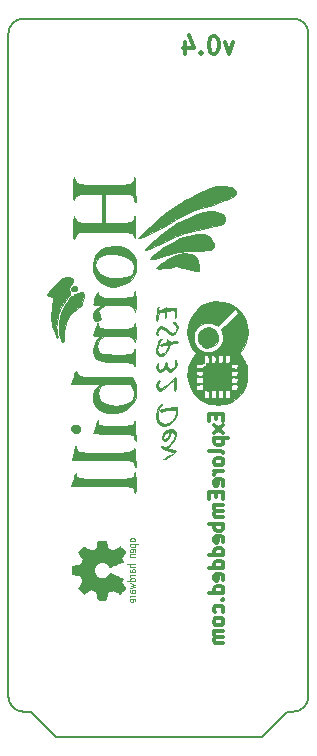
<source format=gbr>
G04 #@! TF.FileFunction,Legend,Bot*
%FSLAX46Y46*%
G04 Gerber Fmt 4.6, Leading zero omitted, Abs format (unit mm)*
G04 Created by KiCad (PCBNEW (2015-01-16 BZR 5376)-product) date 01-May-17 6:34:46 PM*
%MOMM*%
G01*
G04 APERTURE LIST*
%ADD10C,0.100000*%
%ADD11C,0.150000*%
%ADD12C,0.300000*%
%ADD13C,0.075000*%
%ADD14C,0.002540*%
%ADD15C,0.010000*%
G04 APERTURE END LIST*
D10*
D11*
X98806000Y-128143000D02*
X99060000Y-127889000D01*
X81407000Y-128143000D02*
X98806000Y-128143000D01*
X81153000Y-127889000D02*
X81407000Y-128143000D01*
X77343000Y-124714000D02*
X77343000Y-68580000D01*
X79248000Y-125984000D02*
X78613000Y-125984000D01*
X101473000Y-125984000D02*
X100965000Y-125984000D01*
X102743000Y-68580000D02*
X102743000Y-124714000D01*
X78613000Y-67310000D02*
X101473000Y-67310000D01*
X78613000Y-67310000D02*
G75*
G03X77343000Y-68580000I0J-1270000D01*
G01*
X102743000Y-68580000D02*
G75*
G03X101473000Y-67310000I-1270000J0D01*
G01*
X101473000Y-125984000D02*
G75*
G03X102743000Y-124714000I0J1270000D01*
G01*
X77343000Y-124714000D02*
G75*
G03X78613000Y-125984000I1270000J0D01*
G01*
X81153000Y-127889000D02*
X79248000Y-125984000D01*
X100965000Y-125984000D02*
X99060000Y-127889000D01*
D12*
X96376856Y-69274571D02*
X96019713Y-70274571D01*
X95662571Y-69274571D01*
X94805428Y-68774571D02*
X94662571Y-68774571D01*
X94519714Y-68846000D01*
X94448285Y-68917429D01*
X94376856Y-69060286D01*
X94305428Y-69346000D01*
X94305428Y-69703143D01*
X94376856Y-69988857D01*
X94448285Y-70131714D01*
X94519714Y-70203143D01*
X94662571Y-70274571D01*
X94805428Y-70274571D01*
X94948285Y-70203143D01*
X95019714Y-70131714D01*
X95091142Y-69988857D01*
X95162571Y-69703143D01*
X95162571Y-69346000D01*
X95091142Y-69060286D01*
X95019714Y-68917429D01*
X94948285Y-68846000D01*
X94805428Y-68774571D01*
X93662571Y-70131714D02*
X93591143Y-70203143D01*
X93662571Y-70274571D01*
X93734000Y-70203143D01*
X93662571Y-70131714D01*
X93662571Y-70274571D01*
X92305428Y-69274571D02*
X92305428Y-70274571D01*
X92662571Y-68703143D02*
X93019714Y-69774571D01*
X92091142Y-69774571D01*
X94914286Y-100785716D02*
X94914286Y-101185716D01*
X95542857Y-101357145D02*
X95542857Y-100785716D01*
X94342857Y-100785716D01*
X94342857Y-101357145D01*
X95542857Y-101757145D02*
X94742857Y-102385716D01*
X94742857Y-101757145D02*
X95542857Y-102385716D01*
X94742857Y-102842859D02*
X95942857Y-102842859D01*
X94800000Y-102842859D02*
X94742857Y-102957145D01*
X94742857Y-103185716D01*
X94800000Y-103300002D01*
X94857143Y-103357145D01*
X94971429Y-103414288D01*
X95314286Y-103414288D01*
X95428571Y-103357145D01*
X95485714Y-103300002D01*
X95542857Y-103185716D01*
X95542857Y-102957145D01*
X95485714Y-102842859D01*
X95542857Y-104100002D02*
X95485714Y-103985716D01*
X95371429Y-103928573D01*
X94342857Y-103928573D01*
X95542857Y-104728573D02*
X95485714Y-104614287D01*
X95428571Y-104557144D01*
X95314286Y-104500001D01*
X94971429Y-104500001D01*
X94857143Y-104557144D01*
X94800000Y-104614287D01*
X94742857Y-104728573D01*
X94742857Y-104900001D01*
X94800000Y-105014287D01*
X94857143Y-105071430D01*
X94971429Y-105128573D01*
X95314286Y-105128573D01*
X95428571Y-105071430D01*
X95485714Y-105014287D01*
X95542857Y-104900001D01*
X95542857Y-104728573D01*
X95542857Y-105642858D02*
X94742857Y-105642858D01*
X94971429Y-105642858D02*
X94857143Y-105700001D01*
X94800000Y-105757144D01*
X94742857Y-105871430D01*
X94742857Y-105985715D01*
X95485714Y-106842858D02*
X95542857Y-106728572D01*
X95542857Y-106500001D01*
X95485714Y-106385715D01*
X95371429Y-106328572D01*
X94914286Y-106328572D01*
X94800000Y-106385715D01*
X94742857Y-106500001D01*
X94742857Y-106728572D01*
X94800000Y-106842858D01*
X94914286Y-106900001D01*
X95028571Y-106900001D01*
X95142857Y-106328572D01*
X94914286Y-107414286D02*
X94914286Y-107814286D01*
X95542857Y-107985715D02*
X95542857Y-107414286D01*
X94342857Y-107414286D01*
X94342857Y-107985715D01*
X95542857Y-108500000D02*
X94742857Y-108500000D01*
X94857143Y-108500000D02*
X94800000Y-108557143D01*
X94742857Y-108671429D01*
X94742857Y-108842857D01*
X94800000Y-108957143D01*
X94914286Y-109014286D01*
X95542857Y-109014286D01*
X94914286Y-109014286D02*
X94800000Y-109071429D01*
X94742857Y-109185715D01*
X94742857Y-109357143D01*
X94800000Y-109471429D01*
X94914286Y-109528572D01*
X95542857Y-109528572D01*
X95542857Y-110100000D02*
X94342857Y-110100000D01*
X94800000Y-110100000D02*
X94742857Y-110214286D01*
X94742857Y-110442857D01*
X94800000Y-110557143D01*
X94857143Y-110614286D01*
X94971429Y-110671429D01*
X95314286Y-110671429D01*
X95428571Y-110614286D01*
X95485714Y-110557143D01*
X95542857Y-110442857D01*
X95542857Y-110214286D01*
X95485714Y-110100000D01*
X95485714Y-111642857D02*
X95542857Y-111528571D01*
X95542857Y-111300000D01*
X95485714Y-111185714D01*
X95371429Y-111128571D01*
X94914286Y-111128571D01*
X94800000Y-111185714D01*
X94742857Y-111300000D01*
X94742857Y-111528571D01*
X94800000Y-111642857D01*
X94914286Y-111700000D01*
X95028571Y-111700000D01*
X95142857Y-111128571D01*
X95542857Y-112728571D02*
X94342857Y-112728571D01*
X95485714Y-112728571D02*
X95542857Y-112614285D01*
X95542857Y-112385714D01*
X95485714Y-112271428D01*
X95428571Y-112214285D01*
X95314286Y-112157142D01*
X94971429Y-112157142D01*
X94857143Y-112214285D01*
X94800000Y-112271428D01*
X94742857Y-112385714D01*
X94742857Y-112614285D01*
X94800000Y-112728571D01*
X95542857Y-113814285D02*
X94342857Y-113814285D01*
X95485714Y-113814285D02*
X95542857Y-113699999D01*
X95542857Y-113471428D01*
X95485714Y-113357142D01*
X95428571Y-113299999D01*
X95314286Y-113242856D01*
X94971429Y-113242856D01*
X94857143Y-113299999D01*
X94800000Y-113357142D01*
X94742857Y-113471428D01*
X94742857Y-113699999D01*
X94800000Y-113814285D01*
X95485714Y-114842856D02*
X95542857Y-114728570D01*
X95542857Y-114499999D01*
X95485714Y-114385713D01*
X95371429Y-114328570D01*
X94914286Y-114328570D01*
X94800000Y-114385713D01*
X94742857Y-114499999D01*
X94742857Y-114728570D01*
X94800000Y-114842856D01*
X94914286Y-114899999D01*
X95028571Y-114899999D01*
X95142857Y-114328570D01*
X95542857Y-115928570D02*
X94342857Y-115928570D01*
X95485714Y-115928570D02*
X95542857Y-115814284D01*
X95542857Y-115585713D01*
X95485714Y-115471427D01*
X95428571Y-115414284D01*
X95314286Y-115357141D01*
X94971429Y-115357141D01*
X94857143Y-115414284D01*
X94800000Y-115471427D01*
X94742857Y-115585713D01*
X94742857Y-115814284D01*
X94800000Y-115928570D01*
X95428571Y-116499998D02*
X95485714Y-116557141D01*
X95542857Y-116499998D01*
X95485714Y-116442855D01*
X95428571Y-116499998D01*
X95542857Y-116499998D01*
X95485714Y-117585713D02*
X95542857Y-117471427D01*
X95542857Y-117242856D01*
X95485714Y-117128570D01*
X95428571Y-117071427D01*
X95314286Y-117014284D01*
X94971429Y-117014284D01*
X94857143Y-117071427D01*
X94800000Y-117128570D01*
X94742857Y-117242856D01*
X94742857Y-117471427D01*
X94800000Y-117585713D01*
X95542857Y-118271427D02*
X95485714Y-118157141D01*
X95428571Y-118099998D01*
X95314286Y-118042855D01*
X94971429Y-118042855D01*
X94857143Y-118099998D01*
X94800000Y-118157141D01*
X94742857Y-118271427D01*
X94742857Y-118442855D01*
X94800000Y-118557141D01*
X94857143Y-118614284D01*
X94971429Y-118671427D01*
X95314286Y-118671427D01*
X95428571Y-118614284D01*
X95485714Y-118557141D01*
X95542857Y-118442855D01*
X95542857Y-118271427D01*
X95542857Y-119185712D02*
X94742857Y-119185712D01*
X94857143Y-119185712D02*
X94800000Y-119242855D01*
X94742857Y-119357141D01*
X94742857Y-119528569D01*
X94800000Y-119642855D01*
X94914286Y-119699998D01*
X95542857Y-119699998D01*
X94914286Y-119699998D02*
X94800000Y-119757141D01*
X94742857Y-119871427D01*
X94742857Y-120042855D01*
X94800000Y-120157141D01*
X94914286Y-120214284D01*
X95542857Y-120214284D01*
D13*
X87620000Y-116160000D02*
X88080000Y-116160000D01*
X87620000Y-116250000D02*
X87620000Y-116300000D01*
X87650000Y-116200000D02*
X87620000Y-116250000D01*
X87670000Y-116180000D02*
X87650000Y-116200000D01*
X87740000Y-116160000D02*
X87670000Y-116180000D01*
X88080000Y-116600000D02*
X88050000Y-116650000D01*
X88080000Y-116500000D02*
X88080000Y-116600000D01*
X88050000Y-116460000D02*
X88080000Y-116500000D01*
X87980000Y-116440000D02*
X88050000Y-116460000D01*
X87710000Y-116440000D02*
X87980000Y-116440000D01*
X87650000Y-116470000D02*
X87710000Y-116440000D01*
X87620000Y-116510000D02*
X87650000Y-116470000D01*
X87620000Y-116610000D02*
X87620000Y-116510000D01*
X87660000Y-116650000D02*
X87620000Y-116610000D01*
X87730000Y-116670000D02*
X87660000Y-116650000D01*
X87850000Y-116670000D02*
X87730000Y-116670000D01*
X87850000Y-116670000D02*
X87850000Y-116440000D01*
X87710000Y-115920000D02*
X88080000Y-115920000D01*
X87650000Y-115890000D02*
X87710000Y-115920000D01*
X87620000Y-115850000D02*
X87650000Y-115890000D01*
X87620000Y-115750000D02*
X87620000Y-115850000D01*
X87650000Y-115700000D02*
X87620000Y-115750000D01*
X87810000Y-115760000D02*
X87840000Y-115710000D01*
X87810000Y-115880000D02*
X87810000Y-115760000D01*
X87780000Y-115920000D02*
X87810000Y-115880000D01*
X88080000Y-115870000D02*
X88040000Y-115920000D01*
X88080000Y-115750000D02*
X88080000Y-115870000D01*
X88040000Y-115700000D02*
X88080000Y-115750000D01*
X87980000Y-115680000D02*
X88040000Y-115700000D01*
X87910000Y-115680000D02*
X87980000Y-115680000D01*
X87840000Y-115710000D02*
X87910000Y-115680000D01*
X87620000Y-115130000D02*
X88080000Y-115230000D01*
X88080000Y-115230000D02*
X87740000Y-115320000D01*
X87740000Y-115320000D02*
X88080000Y-115420000D01*
X88080000Y-115420000D02*
X87620000Y-115520000D01*
X88050000Y-114940000D02*
X88080000Y-114900000D01*
X88080000Y-114900000D02*
X88080000Y-114790000D01*
X88080000Y-114790000D02*
X88050000Y-114750000D01*
X88050000Y-114750000D02*
X88020000Y-114730000D01*
X88020000Y-114730000D02*
X87950000Y-114700000D01*
X87950000Y-114700000D02*
X87750000Y-114700000D01*
X87750000Y-114700000D02*
X87680000Y-114730000D01*
X87680000Y-114730000D02*
X87650000Y-114750000D01*
X87650000Y-114750000D02*
X87610000Y-114810000D01*
X87610000Y-114810000D02*
X87610000Y-114880000D01*
X87610000Y-114880000D02*
X87650000Y-114940000D01*
X87380000Y-114940000D02*
X88080000Y-114940000D01*
X87740000Y-114420000D02*
X87670000Y-114440000D01*
X87670000Y-114440000D02*
X87650000Y-114460000D01*
X87650000Y-114460000D02*
X87620000Y-114510000D01*
X87620000Y-114510000D02*
X87620000Y-114560000D01*
X87620000Y-114420000D02*
X88080000Y-114420000D01*
X87840000Y-113970000D02*
X87910000Y-113940000D01*
X87910000Y-113940000D02*
X87980000Y-113940000D01*
X87980000Y-113940000D02*
X88040000Y-113960000D01*
X88040000Y-113960000D02*
X88080000Y-114010000D01*
X88080000Y-114010000D02*
X88080000Y-114130000D01*
X88080000Y-114130000D02*
X88040000Y-114180000D01*
X87780000Y-114180000D02*
X87810000Y-114140000D01*
X87810000Y-114140000D02*
X87810000Y-114020000D01*
X87810000Y-114020000D02*
X87840000Y-113970000D01*
X87650000Y-113960000D02*
X87620000Y-114010000D01*
X87620000Y-114010000D02*
X87620000Y-114110000D01*
X87620000Y-114110000D02*
X87650000Y-114150000D01*
X87650000Y-114150000D02*
X87710000Y-114180000D01*
X87710000Y-114180000D02*
X88080000Y-114180000D01*
X87690000Y-113510000D02*
X87650000Y-113530000D01*
X87650000Y-113530000D02*
X87620000Y-113580000D01*
X87620000Y-113580000D02*
X87620000Y-113660000D01*
X87620000Y-113660000D02*
X87650000Y-113700000D01*
X87650000Y-113700000D02*
X87710000Y-113720000D01*
X87710000Y-113720000D02*
X88080000Y-113720000D01*
X87380000Y-113510000D02*
X88080000Y-113510000D01*
X87850000Y-112460000D02*
X87850000Y-112230000D01*
X87680000Y-112680000D02*
X87650000Y-112700000D01*
X87650000Y-112700000D02*
X87620000Y-112740000D01*
X87620000Y-112740000D02*
X87620000Y-112830000D01*
X87620000Y-112830000D02*
X87650000Y-112870000D01*
X87650000Y-112870000D02*
X87710000Y-112890000D01*
X87710000Y-112890000D02*
X88080000Y-112890000D01*
X87620000Y-112680000D02*
X88080000Y-112680000D01*
X87850000Y-112460000D02*
X87730000Y-112460000D01*
X87730000Y-112460000D02*
X87660000Y-112440000D01*
X87660000Y-112440000D02*
X87620000Y-112400000D01*
X87620000Y-112400000D02*
X87620000Y-112300000D01*
X87620000Y-112300000D02*
X87650000Y-112260000D01*
X87650000Y-112260000D02*
X87710000Y-112230000D01*
X87710000Y-112230000D02*
X87980000Y-112230000D01*
X87980000Y-112230000D02*
X88050000Y-112250000D01*
X88050000Y-112250000D02*
X88080000Y-112290000D01*
X88080000Y-112290000D02*
X88080000Y-112390000D01*
X88080000Y-112390000D02*
X88050000Y-112440000D01*
X87650000Y-111800000D02*
X87620000Y-111840000D01*
X87620000Y-111840000D02*
X87620000Y-111940000D01*
X87620000Y-111940000D02*
X87650000Y-111980000D01*
X87650000Y-111980000D02*
X87680000Y-112010000D01*
X87680000Y-112010000D02*
X87740000Y-112030000D01*
X87740000Y-112030000D02*
X87960000Y-112030000D01*
X87960000Y-112030000D02*
X88020000Y-112010000D01*
X88020000Y-112010000D02*
X88050000Y-111990000D01*
X88050000Y-111990000D02*
X88080000Y-111950000D01*
X88080000Y-111950000D02*
X88080000Y-111850000D01*
X88080000Y-111850000D02*
X88050000Y-111800000D01*
X88320000Y-111800000D02*
X87620000Y-111800000D01*
X87620000Y-111490000D02*
X87620000Y-111410000D01*
X87620000Y-111410000D02*
X87650000Y-111370000D01*
X87650000Y-111370000D02*
X87680000Y-111350000D01*
X87680000Y-111350000D02*
X87750000Y-111320000D01*
X88080000Y-111410000D02*
X88080000Y-111490000D01*
X88080000Y-111490000D02*
X88050000Y-111540000D01*
X88050000Y-111540000D02*
X88020000Y-111560000D01*
X88020000Y-111560000D02*
X87950000Y-111580000D01*
X87950000Y-111580000D02*
X87750000Y-111580000D01*
X87750000Y-111580000D02*
X87690000Y-111560000D01*
X87690000Y-111560000D02*
X87660000Y-111540000D01*
X87660000Y-111540000D02*
X87620000Y-111490000D01*
X87750000Y-111320000D02*
X87950000Y-111320000D01*
X87950000Y-111320000D02*
X88010000Y-111340000D01*
X88010000Y-111340000D02*
X88040000Y-111360000D01*
X88040000Y-111360000D02*
X88080000Y-111410000D01*
D14*
G36*
X87245360Y-112486160D02*
X87230120Y-112511560D01*
X87194560Y-112569980D01*
X87138680Y-112653800D01*
X87072640Y-112752860D01*
X87006600Y-112851920D01*
X86953260Y-112933200D01*
X86915160Y-112989080D01*
X86902460Y-113014480D01*
X86907540Y-113027180D01*
X86930400Y-113072900D01*
X86965960Y-113141480D01*
X86986280Y-113182120D01*
X87011680Y-113243080D01*
X87019300Y-113276100D01*
X87009140Y-113281180D01*
X86960880Y-113304040D01*
X86879600Y-113339600D01*
X86770380Y-113385320D01*
X86643380Y-113441200D01*
X86508760Y-113497080D01*
X86369060Y-113555500D01*
X86234440Y-113611380D01*
X86115060Y-113659640D01*
X86018540Y-113700280D01*
X85949960Y-113725680D01*
X85922020Y-113735840D01*
X85914400Y-113733300D01*
X85883920Y-113700280D01*
X85843280Y-113646940D01*
X85746760Y-113527560D01*
X85601980Y-113410720D01*
X85436880Y-113339600D01*
X85251460Y-113316740D01*
X85081280Y-113337060D01*
X84918720Y-113403100D01*
X84771400Y-113517400D01*
X84662180Y-113657100D01*
X84593600Y-113819660D01*
X84570740Y-114000000D01*
X84591060Y-114172720D01*
X84657100Y-114340360D01*
X84768860Y-114487680D01*
X84839980Y-114551180D01*
X84989840Y-114637540D01*
X85147320Y-114685800D01*
X85187960Y-114690880D01*
X85363220Y-114683260D01*
X85533400Y-114632460D01*
X85683260Y-114538480D01*
X85807720Y-114408940D01*
X85817880Y-114393700D01*
X85863600Y-114335280D01*
X85894080Y-114294640D01*
X85919480Y-114264160D01*
X86457960Y-114487680D01*
X86541780Y-114523240D01*
X86689100Y-114584200D01*
X86816100Y-114637540D01*
X86917700Y-114680720D01*
X86983740Y-114711200D01*
X87011680Y-114723900D01*
X87014220Y-114723900D01*
X87016760Y-114744220D01*
X87001520Y-114784860D01*
X86965960Y-114861060D01*
X86940560Y-114909320D01*
X86912620Y-114967740D01*
X86902460Y-114993140D01*
X86915160Y-115016000D01*
X86950720Y-115069340D01*
X87004060Y-115150620D01*
X87067560Y-115247140D01*
X87131060Y-115338580D01*
X87186940Y-115422400D01*
X87225040Y-115483360D01*
X87242820Y-115513840D01*
X87242820Y-115518920D01*
X87227580Y-115544320D01*
X87186940Y-115592580D01*
X87118360Y-115666240D01*
X87014220Y-115770380D01*
X86998980Y-115785620D01*
X86912620Y-115871980D01*
X86838960Y-115940560D01*
X86788160Y-115986280D01*
X86765300Y-116004060D01*
X86765300Y-116004060D01*
X86734820Y-115988820D01*
X86673860Y-115950720D01*
X86587500Y-115894840D01*
X86488440Y-115826260D01*
X86229360Y-115648460D01*
X85985520Y-115744980D01*
X85909320Y-115775460D01*
X85820420Y-115813560D01*
X85754380Y-115841500D01*
X85726440Y-115856740D01*
X85716280Y-115882140D01*
X85701040Y-115950720D01*
X85680720Y-116047240D01*
X85660400Y-116161540D01*
X85640080Y-116273300D01*
X85619760Y-116372360D01*
X85607060Y-116443480D01*
X85599440Y-116476500D01*
X85594360Y-116484120D01*
X85579120Y-116491740D01*
X85546100Y-116494280D01*
X85485140Y-116496820D01*
X85391160Y-116499360D01*
X85251460Y-116499360D01*
X85236220Y-116499360D01*
X85106680Y-116496820D01*
X85000000Y-116494280D01*
X84933960Y-116491740D01*
X84906020Y-116486660D01*
X84906020Y-116486660D01*
X84898400Y-116456180D01*
X84883160Y-116385060D01*
X84865380Y-116286000D01*
X84842520Y-116166620D01*
X84839980Y-116159000D01*
X84817120Y-116042160D01*
X84796800Y-115943100D01*
X84781560Y-115871980D01*
X84771400Y-115844040D01*
X84763780Y-115836420D01*
X84718060Y-115813560D01*
X84644400Y-115780540D01*
X84555500Y-115739900D01*
X84461520Y-115701800D01*
X84377700Y-115668780D01*
X84316740Y-115645920D01*
X84288800Y-115638300D01*
X84286260Y-115640840D01*
X84258320Y-115658620D01*
X84197360Y-115699260D01*
X84113540Y-115755140D01*
X84011940Y-115823720D01*
X84004320Y-115828800D01*
X83905260Y-115897380D01*
X83818900Y-115953260D01*
X83760480Y-115988820D01*
X83732540Y-116004060D01*
X83730000Y-116004060D01*
X83699520Y-115981200D01*
X83643640Y-115930400D01*
X83567440Y-115856740D01*
X83478540Y-115770380D01*
X83453140Y-115742440D01*
X83356620Y-115643380D01*
X83295660Y-115577340D01*
X83262640Y-115534160D01*
X83255020Y-115513840D01*
X83255020Y-115513840D01*
X83272800Y-115483360D01*
X83313440Y-115419860D01*
X83371860Y-115336040D01*
X83440440Y-115234440D01*
X83445520Y-115226820D01*
X83514100Y-115127760D01*
X83569980Y-115043940D01*
X83610620Y-114985520D01*
X83625860Y-114957580D01*
X83625860Y-114955040D01*
X83613160Y-114914400D01*
X83587760Y-114843280D01*
X83554740Y-114754380D01*
X83516640Y-114662940D01*
X83481080Y-114579120D01*
X83453140Y-114515620D01*
X83435360Y-114485140D01*
X83435360Y-114485140D01*
X83399800Y-114474980D01*
X83323600Y-114457200D01*
X83222000Y-114436880D01*
X83100080Y-114411480D01*
X83079760Y-114408940D01*
X82960380Y-114386080D01*
X82861320Y-114368300D01*
X82792740Y-114353060D01*
X82764800Y-114345440D01*
X82762260Y-114330200D01*
X82757180Y-114271780D01*
X82754640Y-114182880D01*
X82754640Y-114073660D01*
X82754640Y-113961900D01*
X82757180Y-113852680D01*
X82759720Y-113758700D01*
X82764800Y-113690120D01*
X82769880Y-113662180D01*
X82772420Y-113662180D01*
X82810520Y-113652020D01*
X82884180Y-113634240D01*
X82988320Y-113613920D01*
X83110240Y-113591060D01*
X83133100Y-113585980D01*
X83249940Y-113563120D01*
X83349000Y-113542800D01*
X83415040Y-113530100D01*
X83442980Y-113522480D01*
X83448060Y-113509780D01*
X83468380Y-113461520D01*
X83501400Y-113382780D01*
X83542040Y-113283720D01*
X83633480Y-113055120D01*
X83442980Y-112773180D01*
X83425200Y-112747780D01*
X83356620Y-112646180D01*
X83300740Y-112564900D01*
X83262640Y-112506480D01*
X83249940Y-112483620D01*
X83249940Y-112481080D01*
X83275340Y-112453140D01*
X83328680Y-112397260D01*
X83402340Y-112321060D01*
X83488700Y-112232160D01*
X83554740Y-112168660D01*
X83633480Y-112089920D01*
X83686820Y-112041660D01*
X83719840Y-112013720D01*
X83740160Y-112006100D01*
X83755400Y-112008640D01*
X83783340Y-112026420D01*
X83844300Y-112067060D01*
X83930660Y-112125480D01*
X84029720Y-112194060D01*
X84113540Y-112249940D01*
X84207520Y-112310900D01*
X84273560Y-112349000D01*
X84306580Y-112364240D01*
X84319280Y-112359160D01*
X84375160Y-112341380D01*
X84458980Y-112305820D01*
X84558040Y-112265180D01*
X84779020Y-112166120D01*
X84806960Y-112021340D01*
X84824740Y-111932440D01*
X84847600Y-111810520D01*
X84870460Y-111691140D01*
X84906020Y-111508260D01*
X85581660Y-111500640D01*
X85594360Y-111528580D01*
X85601980Y-111556520D01*
X85617220Y-111625100D01*
X85637540Y-111721620D01*
X85657860Y-111838460D01*
X85675640Y-111934980D01*
X85695960Y-112034040D01*
X85708660Y-112105160D01*
X85716280Y-112135640D01*
X85726440Y-112145800D01*
X85774700Y-112168660D01*
X85850900Y-112204220D01*
X85942340Y-112244860D01*
X86036320Y-112282960D01*
X86125220Y-112318520D01*
X86191260Y-112341380D01*
X86224280Y-112351540D01*
X86252220Y-112338840D01*
X86310640Y-112300740D01*
X86391920Y-112247400D01*
X86490980Y-112178820D01*
X86587500Y-112112780D01*
X86671320Y-112054360D01*
X86732280Y-112016260D01*
X86760220Y-111998480D01*
X86778000Y-112008640D01*
X86826260Y-112046740D01*
X86902460Y-112120400D01*
X87011680Y-112232160D01*
X87029460Y-112249940D01*
X87113280Y-112336300D01*
X87181860Y-112409960D01*
X87227580Y-112463300D01*
X87245360Y-112486160D01*
X87245360Y-112486160D01*
G37*
X87245360Y-112486160D02*
X87230120Y-112511560D01*
X87194560Y-112569980D01*
X87138680Y-112653800D01*
X87072640Y-112752860D01*
X87006600Y-112851920D01*
X86953260Y-112933200D01*
X86915160Y-112989080D01*
X86902460Y-113014480D01*
X86907540Y-113027180D01*
X86930400Y-113072900D01*
X86965960Y-113141480D01*
X86986280Y-113182120D01*
X87011680Y-113243080D01*
X87019300Y-113276100D01*
X87009140Y-113281180D01*
X86960880Y-113304040D01*
X86879600Y-113339600D01*
X86770380Y-113385320D01*
X86643380Y-113441200D01*
X86508760Y-113497080D01*
X86369060Y-113555500D01*
X86234440Y-113611380D01*
X86115060Y-113659640D01*
X86018540Y-113700280D01*
X85949960Y-113725680D01*
X85922020Y-113735840D01*
X85914400Y-113733300D01*
X85883920Y-113700280D01*
X85843280Y-113646940D01*
X85746760Y-113527560D01*
X85601980Y-113410720D01*
X85436880Y-113339600D01*
X85251460Y-113316740D01*
X85081280Y-113337060D01*
X84918720Y-113403100D01*
X84771400Y-113517400D01*
X84662180Y-113657100D01*
X84593600Y-113819660D01*
X84570740Y-114000000D01*
X84591060Y-114172720D01*
X84657100Y-114340360D01*
X84768860Y-114487680D01*
X84839980Y-114551180D01*
X84989840Y-114637540D01*
X85147320Y-114685800D01*
X85187960Y-114690880D01*
X85363220Y-114683260D01*
X85533400Y-114632460D01*
X85683260Y-114538480D01*
X85807720Y-114408940D01*
X85817880Y-114393700D01*
X85863600Y-114335280D01*
X85894080Y-114294640D01*
X85919480Y-114264160D01*
X86457960Y-114487680D01*
X86541780Y-114523240D01*
X86689100Y-114584200D01*
X86816100Y-114637540D01*
X86917700Y-114680720D01*
X86983740Y-114711200D01*
X87011680Y-114723900D01*
X87014220Y-114723900D01*
X87016760Y-114744220D01*
X87001520Y-114784860D01*
X86965960Y-114861060D01*
X86940560Y-114909320D01*
X86912620Y-114967740D01*
X86902460Y-114993140D01*
X86915160Y-115016000D01*
X86950720Y-115069340D01*
X87004060Y-115150620D01*
X87067560Y-115247140D01*
X87131060Y-115338580D01*
X87186940Y-115422400D01*
X87225040Y-115483360D01*
X87242820Y-115513840D01*
X87242820Y-115518920D01*
X87227580Y-115544320D01*
X87186940Y-115592580D01*
X87118360Y-115666240D01*
X87014220Y-115770380D01*
X86998980Y-115785620D01*
X86912620Y-115871980D01*
X86838960Y-115940560D01*
X86788160Y-115986280D01*
X86765300Y-116004060D01*
X86765300Y-116004060D01*
X86734820Y-115988820D01*
X86673860Y-115950720D01*
X86587500Y-115894840D01*
X86488440Y-115826260D01*
X86229360Y-115648460D01*
X85985520Y-115744980D01*
X85909320Y-115775460D01*
X85820420Y-115813560D01*
X85754380Y-115841500D01*
X85726440Y-115856740D01*
X85716280Y-115882140D01*
X85701040Y-115950720D01*
X85680720Y-116047240D01*
X85660400Y-116161540D01*
X85640080Y-116273300D01*
X85619760Y-116372360D01*
X85607060Y-116443480D01*
X85599440Y-116476500D01*
X85594360Y-116484120D01*
X85579120Y-116491740D01*
X85546100Y-116494280D01*
X85485140Y-116496820D01*
X85391160Y-116499360D01*
X85251460Y-116499360D01*
X85236220Y-116499360D01*
X85106680Y-116496820D01*
X85000000Y-116494280D01*
X84933960Y-116491740D01*
X84906020Y-116486660D01*
X84906020Y-116486660D01*
X84898400Y-116456180D01*
X84883160Y-116385060D01*
X84865380Y-116286000D01*
X84842520Y-116166620D01*
X84839980Y-116159000D01*
X84817120Y-116042160D01*
X84796800Y-115943100D01*
X84781560Y-115871980D01*
X84771400Y-115844040D01*
X84763780Y-115836420D01*
X84718060Y-115813560D01*
X84644400Y-115780540D01*
X84555500Y-115739900D01*
X84461520Y-115701800D01*
X84377700Y-115668780D01*
X84316740Y-115645920D01*
X84288800Y-115638300D01*
X84286260Y-115640840D01*
X84258320Y-115658620D01*
X84197360Y-115699260D01*
X84113540Y-115755140D01*
X84011940Y-115823720D01*
X84004320Y-115828800D01*
X83905260Y-115897380D01*
X83818900Y-115953260D01*
X83760480Y-115988820D01*
X83732540Y-116004060D01*
X83730000Y-116004060D01*
X83699520Y-115981200D01*
X83643640Y-115930400D01*
X83567440Y-115856740D01*
X83478540Y-115770380D01*
X83453140Y-115742440D01*
X83356620Y-115643380D01*
X83295660Y-115577340D01*
X83262640Y-115534160D01*
X83255020Y-115513840D01*
X83255020Y-115513840D01*
X83272800Y-115483360D01*
X83313440Y-115419860D01*
X83371860Y-115336040D01*
X83440440Y-115234440D01*
X83445520Y-115226820D01*
X83514100Y-115127760D01*
X83569980Y-115043940D01*
X83610620Y-114985520D01*
X83625860Y-114957580D01*
X83625860Y-114955040D01*
X83613160Y-114914400D01*
X83587760Y-114843280D01*
X83554740Y-114754380D01*
X83516640Y-114662940D01*
X83481080Y-114579120D01*
X83453140Y-114515620D01*
X83435360Y-114485140D01*
X83435360Y-114485140D01*
X83399800Y-114474980D01*
X83323600Y-114457200D01*
X83222000Y-114436880D01*
X83100080Y-114411480D01*
X83079760Y-114408940D01*
X82960380Y-114386080D01*
X82861320Y-114368300D01*
X82792740Y-114353060D01*
X82764800Y-114345440D01*
X82762260Y-114330200D01*
X82757180Y-114271780D01*
X82754640Y-114182880D01*
X82754640Y-114073660D01*
X82754640Y-113961900D01*
X82757180Y-113852680D01*
X82759720Y-113758700D01*
X82764800Y-113690120D01*
X82769880Y-113662180D01*
X82772420Y-113662180D01*
X82810520Y-113652020D01*
X82884180Y-113634240D01*
X82988320Y-113613920D01*
X83110240Y-113591060D01*
X83133100Y-113585980D01*
X83249940Y-113563120D01*
X83349000Y-113542800D01*
X83415040Y-113530100D01*
X83442980Y-113522480D01*
X83448060Y-113509780D01*
X83468380Y-113461520D01*
X83501400Y-113382780D01*
X83542040Y-113283720D01*
X83633480Y-113055120D01*
X83442980Y-112773180D01*
X83425200Y-112747780D01*
X83356620Y-112646180D01*
X83300740Y-112564900D01*
X83262640Y-112506480D01*
X83249940Y-112483620D01*
X83249940Y-112481080D01*
X83275340Y-112453140D01*
X83328680Y-112397260D01*
X83402340Y-112321060D01*
X83488700Y-112232160D01*
X83554740Y-112168660D01*
X83633480Y-112089920D01*
X83686820Y-112041660D01*
X83719840Y-112013720D01*
X83740160Y-112006100D01*
X83755400Y-112008640D01*
X83783340Y-112026420D01*
X83844300Y-112067060D01*
X83930660Y-112125480D01*
X84029720Y-112194060D01*
X84113540Y-112249940D01*
X84207520Y-112310900D01*
X84273560Y-112349000D01*
X84306580Y-112364240D01*
X84319280Y-112359160D01*
X84375160Y-112341380D01*
X84458980Y-112305820D01*
X84558040Y-112265180D01*
X84779020Y-112166120D01*
X84806960Y-112021340D01*
X84824740Y-111932440D01*
X84847600Y-111810520D01*
X84870460Y-111691140D01*
X84906020Y-111508260D01*
X85581660Y-111500640D01*
X85594360Y-111528580D01*
X85601980Y-111556520D01*
X85617220Y-111625100D01*
X85637540Y-111721620D01*
X85657860Y-111838460D01*
X85675640Y-111934980D01*
X85695960Y-112034040D01*
X85708660Y-112105160D01*
X85716280Y-112135640D01*
X85726440Y-112145800D01*
X85774700Y-112168660D01*
X85850900Y-112204220D01*
X85942340Y-112244860D01*
X86036320Y-112282960D01*
X86125220Y-112318520D01*
X86191260Y-112341380D01*
X86224280Y-112351540D01*
X86252220Y-112338840D01*
X86310640Y-112300740D01*
X86391920Y-112247400D01*
X86490980Y-112178820D01*
X86587500Y-112112780D01*
X86671320Y-112054360D01*
X86732280Y-112016260D01*
X86760220Y-111998480D01*
X86778000Y-112008640D01*
X86826260Y-112046740D01*
X86902460Y-112120400D01*
X87011680Y-112232160D01*
X87029460Y-112249940D01*
X87113280Y-112336300D01*
X87181860Y-112409960D01*
X87227580Y-112463300D01*
X87245360Y-112486160D01*
D15*
G36*
X88346198Y-85915754D02*
X88446241Y-85906178D01*
X88668113Y-85823756D01*
X88987283Y-85680805D01*
X89379218Y-85489641D01*
X89819388Y-85262578D01*
X90283260Y-85011934D01*
X90746304Y-84750024D01*
X91167000Y-84499593D01*
X91536514Y-84277521D01*
X91861457Y-84095902D01*
X92177156Y-83939407D01*
X92518939Y-83792709D01*
X92922132Y-83640479D01*
X93422062Y-83467387D01*
X93948244Y-83292804D01*
X94679692Y-83049608D01*
X95264326Y-82847751D01*
X95717818Y-82680904D01*
X96055843Y-82542740D01*
X96294071Y-82426933D01*
X96448176Y-82327154D01*
X96522167Y-82253645D01*
X96603351Y-82130042D01*
X96607269Y-82021887D01*
X96534369Y-81849306D01*
X96524553Y-81828916D01*
X96357854Y-81661405D01*
X96162333Y-81580360D01*
X96162333Y-81638667D01*
X96204667Y-81681000D01*
X96162333Y-81723334D01*
X96162333Y-82146667D01*
X96204667Y-82189000D01*
X96162333Y-82231334D01*
X96120000Y-82189000D01*
X96162333Y-82146667D01*
X96162333Y-81723334D01*
X96120000Y-81681000D01*
X96162333Y-81638667D01*
X96162333Y-81580360D01*
X96065939Y-81540403D01*
X95688024Y-81471987D01*
X95263329Y-81462232D01*
X94831071Y-81517212D01*
X94705922Y-81547200D01*
X94442674Y-81638411D01*
X94070252Y-81794119D01*
X93626992Y-81995672D01*
X93151231Y-82224417D01*
X92681308Y-82461703D01*
X92255559Y-82688878D01*
X91912321Y-82887289D01*
X91788420Y-82966639D01*
X91249708Y-83339841D01*
X90753816Y-83702615D01*
X90317119Y-84041296D01*
X89955990Y-84342222D01*
X89686802Y-84591731D01*
X89525929Y-84776159D01*
X89489746Y-84881842D01*
X89490866Y-84883829D01*
X89485871Y-84925371D01*
X89442427Y-84905190D01*
X89346047Y-84932092D01*
X89172884Y-85049695D01*
X88956818Y-85226765D01*
X88731731Y-85432070D01*
X88531503Y-85634376D01*
X88390015Y-85802450D01*
X88341147Y-85905059D01*
X88346198Y-85915754D01*
X88346198Y-85915754D01*
G37*
X88346198Y-85915754D02*
X88446241Y-85906178D01*
X88668113Y-85823756D01*
X88987283Y-85680805D01*
X89379218Y-85489641D01*
X89819388Y-85262578D01*
X90283260Y-85011934D01*
X90746304Y-84750024D01*
X91167000Y-84499593D01*
X91536514Y-84277521D01*
X91861457Y-84095902D01*
X92177156Y-83939407D01*
X92518939Y-83792709D01*
X92922132Y-83640479D01*
X93422062Y-83467387D01*
X93948244Y-83292804D01*
X94679692Y-83049608D01*
X95264326Y-82847751D01*
X95717818Y-82680904D01*
X96055843Y-82542740D01*
X96294071Y-82426933D01*
X96448176Y-82327154D01*
X96522167Y-82253645D01*
X96603351Y-82130042D01*
X96607269Y-82021887D01*
X96534369Y-81849306D01*
X96524553Y-81828916D01*
X96357854Y-81661405D01*
X96162333Y-81580360D01*
X96162333Y-81638667D01*
X96204667Y-81681000D01*
X96162333Y-81723334D01*
X96162333Y-82146667D01*
X96204667Y-82189000D01*
X96162333Y-82231334D01*
X96120000Y-82189000D01*
X96162333Y-82146667D01*
X96162333Y-81723334D01*
X96120000Y-81681000D01*
X96162333Y-81638667D01*
X96162333Y-81580360D01*
X96065939Y-81540403D01*
X95688024Y-81471987D01*
X95263329Y-81462232D01*
X94831071Y-81517212D01*
X94705922Y-81547200D01*
X94442674Y-81638411D01*
X94070252Y-81794119D01*
X93626992Y-81995672D01*
X93151231Y-82224417D01*
X92681308Y-82461703D01*
X92255559Y-82688878D01*
X91912321Y-82887289D01*
X91788420Y-82966639D01*
X91249708Y-83339841D01*
X90753816Y-83702615D01*
X90317119Y-84041296D01*
X89955990Y-84342222D01*
X89686802Y-84591731D01*
X89525929Y-84776159D01*
X89489746Y-84881842D01*
X89490866Y-84883829D01*
X89485871Y-84925371D01*
X89442427Y-84905190D01*
X89346047Y-84932092D01*
X89172884Y-85049695D01*
X88956818Y-85226765D01*
X88731731Y-85432070D01*
X88531503Y-85634376D01*
X88390015Y-85802450D01*
X88341147Y-85905059D01*
X88346198Y-85915754D01*
G36*
X88983425Y-86866385D02*
X89225624Y-86797053D01*
X89578728Y-86664413D01*
X90023421Y-86476534D01*
X90540386Y-86241488D01*
X91110307Y-85967346D01*
X91564727Y-85738970D01*
X91883418Y-85595075D01*
X92256467Y-85467040D01*
X92719815Y-85344327D01*
X93309396Y-85216400D01*
X93427394Y-85192856D01*
X94189452Y-85034894D01*
X94787168Y-84894239D01*
X95224527Y-84769762D01*
X95505511Y-84660335D01*
X95631870Y-84568349D01*
X95681153Y-84431314D01*
X95693378Y-84269509D01*
X95670107Y-84149253D01*
X95621559Y-84130426D01*
X95564106Y-84104184D01*
X95558059Y-84032715D01*
X95492825Y-83874843D01*
X95293091Y-83742842D01*
X94993116Y-83648646D01*
X94627158Y-83604190D01*
X94343421Y-83609573D01*
X93889991Y-83687708D01*
X93346895Y-83847386D01*
X92760639Y-84069491D01*
X92177723Y-84334906D01*
X91644650Y-84624515D01*
X91267160Y-84874166D01*
X91004555Y-85068230D01*
X90676133Y-85309811D01*
X90352909Y-85546672D01*
X90352329Y-85547096D01*
X90034868Y-85788465D01*
X89711836Y-86049796D01*
X89408711Y-86308426D01*
X89150972Y-86541690D01*
X88964099Y-86726925D01*
X88873569Y-86841468D01*
X88871447Y-86864336D01*
X88983425Y-86866385D01*
X88983425Y-86866385D01*
G37*
X88983425Y-86866385D02*
X89225624Y-86797053D01*
X89578728Y-86664413D01*
X90023421Y-86476534D01*
X90540386Y-86241488D01*
X91110307Y-85967346D01*
X91564727Y-85738970D01*
X91883418Y-85595075D01*
X92256467Y-85467040D01*
X92719815Y-85344327D01*
X93309396Y-85216400D01*
X93427394Y-85192856D01*
X94189452Y-85034894D01*
X94787168Y-84894239D01*
X95224527Y-84769762D01*
X95505511Y-84660335D01*
X95631870Y-84568349D01*
X95681153Y-84431314D01*
X95693378Y-84269509D01*
X95670107Y-84149253D01*
X95621559Y-84130426D01*
X95564106Y-84104184D01*
X95558059Y-84032715D01*
X95492825Y-83874843D01*
X95293091Y-83742842D01*
X94993116Y-83648646D01*
X94627158Y-83604190D01*
X94343421Y-83609573D01*
X93889991Y-83687708D01*
X93346895Y-83847386D01*
X92760639Y-84069491D01*
X92177723Y-84334906D01*
X91644650Y-84624515D01*
X91267160Y-84874166D01*
X91004555Y-85068230D01*
X90676133Y-85309811D01*
X90352909Y-85546672D01*
X90352329Y-85547096D01*
X90034868Y-85788465D01*
X89711836Y-86049796D01*
X89408711Y-86308426D01*
X89150972Y-86541690D01*
X88964099Y-86726925D01*
X88873569Y-86841468D01*
X88871447Y-86864336D01*
X88983425Y-86866385D01*
G36*
X89417058Y-87700632D02*
X89630595Y-87673122D01*
X89990819Y-87580364D01*
X90501270Y-87421528D01*
X90786000Y-87326555D01*
X91121221Y-87215644D01*
X91399174Y-87134600D01*
X91659417Y-87077558D01*
X91941508Y-87038655D01*
X92285005Y-87012026D01*
X92729466Y-86991807D01*
X93138722Y-86977779D01*
X93699906Y-86957845D01*
X94114147Y-86934773D01*
X94403784Y-86901221D01*
X94591156Y-86849845D01*
X94698600Y-86773303D01*
X94748457Y-86664250D01*
X94763063Y-86515343D01*
X94764037Y-86443500D01*
X94744861Y-86270672D01*
X94701833Y-86200641D01*
X94577880Y-86199625D01*
X94547000Y-86147007D01*
X94559209Y-86099754D01*
X94531525Y-85960702D01*
X94389512Y-85797722D01*
X94176771Y-85647964D01*
X93936907Y-85548579D01*
X93903031Y-85540673D01*
X93651576Y-85523215D01*
X93320844Y-85548703D01*
X92942296Y-85608685D01*
X92547393Y-85694712D01*
X92167596Y-85798335D01*
X91834367Y-85911104D01*
X91579165Y-86024568D01*
X91433453Y-86130279D01*
X91419212Y-86207773D01*
X91408277Y-86259340D01*
X91352430Y-86247461D01*
X91226318Y-86272488D01*
X91002030Y-86383566D01*
X90711380Y-86558229D01*
X90386186Y-86774014D01*
X90058261Y-87008454D01*
X89759423Y-87239084D01*
X89521487Y-87443441D01*
X89376269Y-87599058D01*
X89346667Y-87663724D01*
X89417058Y-87700632D01*
X89417058Y-87700632D01*
G37*
X89417058Y-87700632D02*
X89630595Y-87673122D01*
X89990819Y-87580364D01*
X90501270Y-87421528D01*
X90786000Y-87326555D01*
X91121221Y-87215644D01*
X91399174Y-87134600D01*
X91659417Y-87077558D01*
X91941508Y-87038655D01*
X92285005Y-87012026D01*
X92729466Y-86991807D01*
X93138722Y-86977779D01*
X93699906Y-86957845D01*
X94114147Y-86934773D01*
X94403784Y-86901221D01*
X94591156Y-86849845D01*
X94698600Y-86773303D01*
X94748457Y-86664250D01*
X94763063Y-86515343D01*
X94764037Y-86443500D01*
X94744861Y-86270672D01*
X94701833Y-86200641D01*
X94577880Y-86199625D01*
X94547000Y-86147007D01*
X94559209Y-86099754D01*
X94531525Y-85960702D01*
X94389512Y-85797722D01*
X94176771Y-85647964D01*
X93936907Y-85548579D01*
X93903031Y-85540673D01*
X93651576Y-85523215D01*
X93320844Y-85548703D01*
X92942296Y-85608685D01*
X92547393Y-85694712D01*
X92167596Y-85798335D01*
X91834367Y-85911104D01*
X91579165Y-86024568D01*
X91433453Y-86130279D01*
X91419212Y-86207773D01*
X91408277Y-86259340D01*
X91352430Y-86247461D01*
X91226318Y-86272488D01*
X91002030Y-86383566D01*
X90711380Y-86558229D01*
X90386186Y-86774014D01*
X90058261Y-87008454D01*
X89759423Y-87239084D01*
X89521487Y-87443441D01*
X89376269Y-87599058D01*
X89346667Y-87663724D01*
X89417058Y-87700632D01*
G36*
X89930940Y-88465817D02*
X90131091Y-88475894D01*
X90412112Y-88463495D01*
X90731000Y-88431739D01*
X91044748Y-88383739D01*
X91300846Y-88325370D01*
X91512795Y-88295967D01*
X91781186Y-88325948D01*
X92153709Y-88420842D01*
X92172841Y-88426477D01*
X92530623Y-88522844D01*
X92880076Y-88601463D01*
X93135500Y-88643916D01*
X93495333Y-88683051D01*
X93488319Y-88272359D01*
X93432721Y-87880210D01*
X93311999Y-87587882D01*
X93064670Y-87340756D01*
X92711692Y-87200172D01*
X92280177Y-87167564D01*
X91797238Y-87244361D01*
X91289986Y-87431995D01*
X91200572Y-87476419D01*
X90835193Y-87678576D01*
X90488141Y-87894108D01*
X90189874Y-88101431D01*
X89970849Y-88278963D01*
X89861523Y-88405122D01*
X89854667Y-88430151D01*
X89930940Y-88465817D01*
X89930940Y-88465817D01*
G37*
X89930940Y-88465817D02*
X90131091Y-88475894D01*
X90412112Y-88463495D01*
X90731000Y-88431739D01*
X91044748Y-88383739D01*
X91300846Y-88325370D01*
X91512795Y-88295967D01*
X91781186Y-88325948D01*
X92153709Y-88420842D01*
X92172841Y-88426477D01*
X92530623Y-88522844D01*
X92880076Y-88601463D01*
X93135500Y-88643916D01*
X93495333Y-88683051D01*
X93488319Y-88272359D01*
X93432721Y-87880210D01*
X93311999Y-87587882D01*
X93064670Y-87340756D01*
X92711692Y-87200172D01*
X92280177Y-87167564D01*
X91797238Y-87244361D01*
X91289986Y-87431995D01*
X91200572Y-87476419D01*
X90835193Y-87678576D01*
X90488141Y-87894108D01*
X90189874Y-88101431D01*
X89970849Y-88278963D01*
X89861523Y-88405122D01*
X89854667Y-88430151D01*
X89930940Y-88465817D01*
G36*
X89902034Y-94097371D02*
X89927102Y-94119441D01*
X89967346Y-94084675D01*
X89959473Y-93954618D01*
X89976477Y-93721618D01*
X90096872Y-93549182D01*
X90258647Y-93492000D01*
X90390216Y-93549145D01*
X90577537Y-93694194D01*
X90675689Y-93788334D01*
X90960371Y-94012866D01*
X91218413Y-94077353D01*
X91441711Y-93980314D01*
X91485948Y-93936500D01*
X91652835Y-93655588D01*
X91670520Y-93370846D01*
X91566921Y-93155676D01*
X91403593Y-93018847D01*
X91293236Y-93026805D01*
X91240241Y-93093548D01*
X91341773Y-93156195D01*
X91352469Y-93160212D01*
X91525714Y-93303675D01*
X91578439Y-93537250D01*
X91538092Y-93727991D01*
X91411878Y-93885134D01*
X91216576Y-93902716D01*
X90974182Y-93783924D01*
X90786000Y-93619000D01*
X90506512Y-93395693D01*
X90260145Y-93333142D01*
X90052793Y-93432144D01*
X89986467Y-93510839D01*
X89887168Y-93723700D01*
X89856834Y-93941650D01*
X89902034Y-94097371D01*
X89902034Y-94097371D01*
G37*
X89902034Y-94097371D02*
X89927102Y-94119441D01*
X89967346Y-94084675D01*
X89959473Y-93954618D01*
X89976477Y-93721618D01*
X90096872Y-93549182D01*
X90258647Y-93492000D01*
X90390216Y-93549145D01*
X90577537Y-93694194D01*
X90675689Y-93788334D01*
X90960371Y-94012866D01*
X91218413Y-94077353D01*
X91441711Y-93980314D01*
X91485948Y-93936500D01*
X91652835Y-93655588D01*
X91670520Y-93370846D01*
X91566921Y-93155676D01*
X91403593Y-93018847D01*
X91293236Y-93026805D01*
X91240241Y-93093548D01*
X91341773Y-93156195D01*
X91352469Y-93160212D01*
X91525714Y-93303675D01*
X91578439Y-93537250D01*
X91538092Y-93727991D01*
X91411878Y-93885134D01*
X91216576Y-93902716D01*
X90974182Y-93783924D01*
X90786000Y-93619000D01*
X90506512Y-93395693D01*
X90260145Y-93333142D01*
X90052793Y-93432144D01*
X89986467Y-93510839D01*
X89887168Y-93723700D01*
X89856834Y-93941650D01*
X89902034Y-94097371D01*
G36*
X89878402Y-95650889D02*
X89919463Y-95741843D01*
X90103311Y-95873297D01*
X90357008Y-95875577D01*
X90425631Y-95854468D01*
X90615737Y-95716255D01*
X90796445Y-95480997D01*
X90922845Y-95217214D01*
X90955017Y-95046780D01*
X90984792Y-94928148D01*
X91101505Y-94856989D01*
X91336333Y-94808759D01*
X91563213Y-94757100D01*
X91699590Y-94692011D01*
X91717333Y-94662532D01*
X91639513Y-94613125D01*
X91415167Y-94619792D01*
X91342893Y-94629591D01*
X91094092Y-94652918D01*
X90953231Y-94619040D01*
X90875118Y-94533371D01*
X90805196Y-94430270D01*
X90796207Y-94477711D01*
X90805059Y-94545316D01*
X90780500Y-94667317D01*
X90640344Y-94749826D01*
X90510833Y-94786560D01*
X90275075Y-94868012D01*
X90196246Y-94943447D01*
X90271596Y-94988554D01*
X90498373Y-94979020D01*
X90532000Y-94973667D01*
X90748963Y-94946835D01*
X90846720Y-94974541D01*
X90870591Y-95071257D01*
X90870667Y-95081807D01*
X90808453Y-95325777D01*
X90650671Y-95522376D01*
X90440609Y-95646888D01*
X90221554Y-95674592D01*
X90036793Y-95580770D01*
X90023405Y-95565617D01*
X89955648Y-95367961D01*
X89976902Y-95096954D01*
X90074899Y-94814953D01*
X90211147Y-94611245D01*
X90317561Y-94473566D01*
X90297401Y-94433506D01*
X90278000Y-94437928D01*
X90125213Y-94560628D01*
X89993838Y-94797908D01*
X89898896Y-95095134D01*
X89855410Y-95397672D01*
X89878402Y-95650889D01*
X89878402Y-95650889D01*
G37*
X89878402Y-95650889D02*
X89919463Y-95741843D01*
X90103311Y-95873297D01*
X90357008Y-95875577D01*
X90425631Y-95854468D01*
X90615737Y-95716255D01*
X90796445Y-95480997D01*
X90922845Y-95217214D01*
X90955017Y-95046780D01*
X90984792Y-94928148D01*
X91101505Y-94856989D01*
X91336333Y-94808759D01*
X91563213Y-94757100D01*
X91699590Y-94692011D01*
X91717333Y-94662532D01*
X91639513Y-94613125D01*
X91415167Y-94619792D01*
X91342893Y-94629591D01*
X91094092Y-94652918D01*
X90953231Y-94619040D01*
X90875118Y-94533371D01*
X90805196Y-94430270D01*
X90796207Y-94477711D01*
X90805059Y-94545316D01*
X90780500Y-94667317D01*
X90640344Y-94749826D01*
X90510833Y-94786560D01*
X90275075Y-94868012D01*
X90196246Y-94943447D01*
X90271596Y-94988554D01*
X90498373Y-94979020D01*
X90532000Y-94973667D01*
X90748963Y-94946835D01*
X90846720Y-94974541D01*
X90870591Y-95071257D01*
X90870667Y-95081807D01*
X90808453Y-95325777D01*
X90650671Y-95522376D01*
X90440609Y-95646888D01*
X90221554Y-95674592D01*
X90036793Y-95580770D01*
X90023405Y-95565617D01*
X89955648Y-95367961D01*
X89976902Y-95096954D01*
X90074899Y-94814953D01*
X90211147Y-94611245D01*
X90317561Y-94473566D01*
X90297401Y-94433506D01*
X90278000Y-94437928D01*
X90125213Y-94560628D01*
X89993838Y-94797908D01*
X89898896Y-95095134D01*
X89855410Y-95397672D01*
X89878402Y-95650889D01*
G36*
X89888081Y-97000274D02*
X89998207Y-97170680D01*
X90181269Y-97217784D01*
X90390009Y-97137566D01*
X90486749Y-97051223D01*
X90601112Y-96940182D01*
X90683056Y-96952653D01*
X90787343Y-97070684D01*
X90926090Y-97197056D01*
X91084648Y-97200774D01*
X91173147Y-97173294D01*
X91385963Y-97018972D01*
X91532501Y-96766520D01*
X91577290Y-96484317D01*
X91567573Y-96413000D01*
X91508565Y-96223198D01*
X91460276Y-96197215D01*
X91441330Y-96329723D01*
X91448047Y-96447201D01*
X91447609Y-96688383D01*
X91370964Y-96838451D01*
X91288817Y-96906634D01*
X91066704Y-96989705D01*
X90891253Y-96922805D01*
X90795025Y-96724712D01*
X90786000Y-96616691D01*
X90762833Y-96449143D01*
X90703553Y-96411701D01*
X90701333Y-96413000D01*
X90628228Y-96533354D01*
X90616667Y-96616541D01*
X90547284Y-96805854D01*
X90382764Y-96964175D01*
X90188546Y-97035035D01*
X90136133Y-97031188D01*
X90027096Y-96961229D01*
X89992385Y-96785190D01*
X89993606Y-96706267D01*
X89995960Y-96525097D01*
X89974147Y-96496386D01*
X89919574Y-96598108D01*
X89872973Y-96824826D01*
X89888081Y-97000274D01*
X89888081Y-97000274D01*
G37*
X89888081Y-97000274D02*
X89998207Y-97170680D01*
X90181269Y-97217784D01*
X90390009Y-97137566D01*
X90486749Y-97051223D01*
X90601112Y-96940182D01*
X90683056Y-96952653D01*
X90787343Y-97070684D01*
X90926090Y-97197056D01*
X91084648Y-97200774D01*
X91173147Y-97173294D01*
X91385963Y-97018972D01*
X91532501Y-96766520D01*
X91577290Y-96484317D01*
X91567573Y-96413000D01*
X91508565Y-96223198D01*
X91460276Y-96197215D01*
X91441330Y-96329723D01*
X91448047Y-96447201D01*
X91447609Y-96688383D01*
X91370964Y-96838451D01*
X91288817Y-96906634D01*
X91066704Y-96989705D01*
X90891253Y-96922805D01*
X90795025Y-96724712D01*
X90786000Y-96616691D01*
X90762833Y-96449143D01*
X90703553Y-96411701D01*
X90701333Y-96413000D01*
X90628228Y-96533354D01*
X90616667Y-96616541D01*
X90547284Y-96805854D01*
X90382764Y-96964175D01*
X90188546Y-97035035D01*
X90136133Y-97031188D01*
X90027096Y-96961229D01*
X89992385Y-96785190D01*
X89993606Y-96706267D01*
X89995960Y-96525097D01*
X89974147Y-96496386D01*
X89919574Y-96598108D01*
X89872973Y-96824826D01*
X89888081Y-97000274D01*
G36*
X89875229Y-101042212D02*
X89956994Y-101423657D01*
X90122075Y-101664447D01*
X90381583Y-101777096D01*
X90538626Y-101789334D01*
X90895679Y-101710347D01*
X91208781Y-101494157D01*
X91452125Y-101171920D01*
X91599903Y-100774790D01*
X91632667Y-100468572D01*
X91632667Y-100158371D01*
X91272833Y-100215660D01*
X90936317Y-100267205D01*
X90589842Y-100317400D01*
X90553167Y-100322486D01*
X90291828Y-100387209D01*
X90194035Y-100486380D01*
X90193333Y-100497190D01*
X90237484Y-100580359D01*
X90392717Y-100572019D01*
X90419715Y-100565539D01*
X90847097Y-100470538D01*
X91185760Y-100419913D01*
X91406754Y-100417304D01*
X91462980Y-100434449D01*
X91525097Y-100562397D01*
X91506079Y-100779773D01*
X91419793Y-101035834D01*
X91280108Y-101279835D01*
X91208009Y-101367418D01*
X90934881Y-101561313D01*
X90633819Y-101623783D01*
X90346639Y-101563540D01*
X90115154Y-101389297D01*
X89981643Y-101111895D01*
X89969504Y-100691862D01*
X90112747Y-100308159D01*
X90236882Y-100145023D01*
X90354375Y-100002944D01*
X90386575Y-99930417D01*
X90379790Y-99927963D01*
X90198446Y-100009635D01*
X90040461Y-100218353D01*
X89924962Y-100511885D01*
X89871071Y-100847997D01*
X89875229Y-101042212D01*
X89875229Y-101042212D01*
G37*
X89875229Y-101042212D02*
X89956994Y-101423657D01*
X90122075Y-101664447D01*
X90381583Y-101777096D01*
X90538626Y-101789334D01*
X90895679Y-101710347D01*
X91208781Y-101494157D01*
X91452125Y-101171920D01*
X91599903Y-100774790D01*
X91632667Y-100468572D01*
X91632667Y-100158371D01*
X91272833Y-100215660D01*
X90936317Y-100267205D01*
X90589842Y-100317400D01*
X90553167Y-100322486D01*
X90291828Y-100387209D01*
X90194035Y-100486380D01*
X90193333Y-100497190D01*
X90237484Y-100580359D01*
X90392717Y-100572019D01*
X90419715Y-100565539D01*
X90847097Y-100470538D01*
X91185760Y-100419913D01*
X91406754Y-100417304D01*
X91462980Y-100434449D01*
X91525097Y-100562397D01*
X91506079Y-100779773D01*
X91419793Y-101035834D01*
X91280108Y-101279835D01*
X91208009Y-101367418D01*
X90934881Y-101561313D01*
X90633819Y-101623783D01*
X90346639Y-101563540D01*
X90115154Y-101389297D01*
X89981643Y-101111895D01*
X89969504Y-100691862D01*
X90112747Y-100308159D01*
X90236882Y-100145023D01*
X90354375Y-100002944D01*
X90386575Y-99930417D01*
X90379790Y-99927963D01*
X90198446Y-100009635D01*
X90040461Y-100218353D01*
X89924962Y-100511885D01*
X89871071Y-100847997D01*
X89875229Y-101042212D01*
G36*
X89887720Y-92879928D02*
X89923039Y-92877540D01*
X89933665Y-92857000D01*
X89997845Y-92637068D01*
X90018049Y-92464708D01*
X90077817Y-92269241D01*
X90214500Y-92190698D01*
X90459789Y-92140482D01*
X90580922Y-92173855D01*
X90610730Y-92310937D01*
X90601291Y-92427728D01*
X90595559Y-92607796D01*
X90624869Y-92679663D01*
X90634361Y-92676731D01*
X90680230Y-92571866D01*
X90701199Y-92372928D01*
X90701333Y-92355081D01*
X90717747Y-92167683D01*
X90800245Y-92075726D01*
X90998710Y-92026593D01*
X91015352Y-92023864D01*
X91274750Y-92015176D01*
X91412286Y-92109544D01*
X91449254Y-92328217D01*
X91441306Y-92448894D01*
X91440582Y-92619722D01*
X91475005Y-92679395D01*
X91481028Y-92676731D01*
X91519330Y-92575246D01*
X91543568Y-92361427D01*
X91548000Y-92205210D01*
X91548000Y-91775080D01*
X91124667Y-91825218D01*
X90843478Y-91842541D01*
X90713425Y-91808396D01*
X90701333Y-91778495D01*
X90660729Y-91753526D01*
X90595500Y-91815006D01*
X90435987Y-91928438D01*
X90248918Y-91990294D01*
X90081370Y-92004342D01*
X90033536Y-91938129D01*
X90047904Y-91824353D01*
X90058675Y-91688424D01*
X90005569Y-91698989D01*
X89994999Y-91709134D01*
X89946212Y-91835050D01*
X89904994Y-92079215D01*
X89879765Y-92390546D01*
X89878796Y-92414054D01*
X89873254Y-92727705D01*
X89887720Y-92879928D01*
X89887720Y-92879928D01*
G37*
X89887720Y-92879928D02*
X89923039Y-92877540D01*
X89933665Y-92857000D01*
X89997845Y-92637068D01*
X90018049Y-92464708D01*
X90077817Y-92269241D01*
X90214500Y-92190698D01*
X90459789Y-92140482D01*
X90580922Y-92173855D01*
X90610730Y-92310937D01*
X90601291Y-92427728D01*
X90595559Y-92607796D01*
X90624869Y-92679663D01*
X90634361Y-92676731D01*
X90680230Y-92571866D01*
X90701199Y-92372928D01*
X90701333Y-92355081D01*
X90717747Y-92167683D01*
X90800245Y-92075726D01*
X90998710Y-92026593D01*
X91015352Y-92023864D01*
X91274750Y-92015176D01*
X91412286Y-92109544D01*
X91449254Y-92328217D01*
X91441306Y-92448894D01*
X91440582Y-92619722D01*
X91475005Y-92679395D01*
X91481028Y-92676731D01*
X91519330Y-92575246D01*
X91543568Y-92361427D01*
X91548000Y-92205210D01*
X91548000Y-91775080D01*
X91124667Y-91825218D01*
X90843478Y-91842541D01*
X90713425Y-91808396D01*
X90701333Y-91778495D01*
X90660729Y-91753526D01*
X90595500Y-91815006D01*
X90435987Y-91928438D01*
X90248918Y-91990294D01*
X90081370Y-92004342D01*
X90033536Y-91938129D01*
X90047904Y-91824353D01*
X90058675Y-91688424D01*
X90005569Y-91698989D01*
X89994999Y-91709134D01*
X89946212Y-91835050D01*
X89904994Y-92079215D01*
X89879765Y-92390546D01*
X89878796Y-92414054D01*
X89873254Y-92727705D01*
X89887720Y-92879928D01*
G36*
X89892586Y-98596791D02*
X89977604Y-98737962D01*
X90137914Y-98800346D01*
X90345826Y-98746458D01*
X90618032Y-98568475D01*
X90942344Y-98285825D01*
X91403939Y-97852334D01*
X91349045Y-98205439D01*
X91326937Y-98503876D01*
X91357322Y-98723029D01*
X91433714Y-98823505D01*
X91451225Y-98825951D01*
X91479375Y-98748400D01*
X91502272Y-98544366D01*
X91515255Y-98256699D01*
X91515694Y-98233284D01*
X91513790Y-97941229D01*
X91499356Y-97729581D01*
X91475450Y-97641142D01*
X91473361Y-97640669D01*
X91393965Y-97700999D01*
X91253485Y-97853596D01*
X91179225Y-97943685D01*
X90913899Y-98221760D01*
X90634055Y-98426009D01*
X90369772Y-98544068D01*
X90151131Y-98563569D01*
X90008211Y-98472147D01*
X89988804Y-98433070D01*
X89992506Y-98264224D01*
X90066364Y-98094404D01*
X90134295Y-97953036D01*
X90113597Y-97894667D01*
X89986621Y-97967994D01*
X89901129Y-98148717D01*
X89866618Y-98377946D01*
X89892586Y-98596791D01*
X89892586Y-98596791D01*
G37*
X89892586Y-98596791D02*
X89977604Y-98737962D01*
X90137914Y-98800346D01*
X90345826Y-98746458D01*
X90618032Y-98568475D01*
X90942344Y-98285825D01*
X91403939Y-97852334D01*
X91349045Y-98205439D01*
X91326937Y-98503876D01*
X91357322Y-98723029D01*
X91433714Y-98823505D01*
X91451225Y-98825951D01*
X91479375Y-98748400D01*
X91502272Y-98544366D01*
X91515255Y-98256699D01*
X91515694Y-98233284D01*
X91513790Y-97941229D01*
X91499356Y-97729581D01*
X91475450Y-97641142D01*
X91473361Y-97640669D01*
X91393965Y-97700999D01*
X91253485Y-97853596D01*
X91179225Y-97943685D01*
X90913899Y-98221760D01*
X90634055Y-98426009D01*
X90369772Y-98544068D01*
X90151131Y-98563569D01*
X90008211Y-98472147D01*
X89988804Y-98433070D01*
X89992506Y-98264224D01*
X90066364Y-98094404D01*
X90134295Y-97953036D01*
X90113597Y-97894667D01*
X89986621Y-97967994D01*
X89901129Y-98148717D01*
X89866618Y-98377946D01*
X89892586Y-98596791D01*
G36*
X90297672Y-103612272D02*
X90438479Y-103718266D01*
X90684204Y-103825765D01*
X90962035Y-103907608D01*
X91190319Y-103975132D01*
X91323638Y-104039810D01*
X91339270Y-104070582D01*
X91246528Y-104139213D01*
X91048906Y-104249235D01*
X90873797Y-104336172D01*
X90646780Y-104456454D01*
X90494510Y-104559580D01*
X90435769Y-104626619D01*
X90489339Y-104638645D01*
X90610253Y-104601772D01*
X90794421Y-104509139D01*
X91024034Y-104362544D01*
X91254719Y-104194827D01*
X91442103Y-104038827D01*
X91541815Y-103927385D01*
X91548000Y-103907745D01*
X91474835Y-103843126D01*
X91315167Y-103815383D01*
X91081079Y-103789102D01*
X90930944Y-103749644D01*
X90850409Y-103699217D01*
X90868786Y-103622100D01*
X90999683Y-103480904D01*
X91044336Y-103438095D01*
X91308421Y-103130904D01*
X91481417Y-102814107D01*
X91555050Y-102519529D01*
X91521044Y-102278996D01*
X91384233Y-102130979D01*
X91202730Y-102057519D01*
X91028405Y-102063362D01*
X90866818Y-102124920D01*
X90866818Y-102297334D01*
X90943121Y-102363748D01*
X90941472Y-102527889D01*
X90867688Y-102726233D01*
X90732151Y-102852440D01*
X90555633Y-102888069D01*
X90415032Y-102819843D01*
X90405438Y-102806043D01*
X90426227Y-102700934D01*
X90534978Y-102547441D01*
X90683842Y-102398323D01*
X90824970Y-102306335D01*
X90866818Y-102297334D01*
X90866818Y-102124920D01*
X90791803Y-102153498D01*
X90741190Y-102177183D01*
X90528625Y-102332050D01*
X90388188Y-102536272D01*
X90327417Y-102749648D01*
X90353852Y-102931979D01*
X90475033Y-103043064D01*
X90575740Y-103059334D01*
X90786543Y-102983639D01*
X90955151Y-102792431D01*
X91037673Y-102539517D01*
X91040000Y-102490161D01*
X91092071Y-102334183D01*
X91218393Y-102307471D01*
X91374128Y-102418910D01*
X91377754Y-102423234D01*
X91445439Y-102629898D01*
X91364890Y-102895300D01*
X91141159Y-103206224D01*
X91035906Y-103317428D01*
X90831453Y-103508874D01*
X90693928Y-103592327D01*
X90580122Y-103588418D01*
X90522808Y-103562414D01*
X90366157Y-103510676D01*
X90292048Y-103525063D01*
X90297672Y-103612272D01*
X90297672Y-103612272D01*
G37*
X90297672Y-103612272D02*
X90438479Y-103718266D01*
X90684204Y-103825765D01*
X90962035Y-103907608D01*
X91190319Y-103975132D01*
X91323638Y-104039810D01*
X91339270Y-104070582D01*
X91246528Y-104139213D01*
X91048906Y-104249235D01*
X90873797Y-104336172D01*
X90646780Y-104456454D01*
X90494510Y-104559580D01*
X90435769Y-104626619D01*
X90489339Y-104638645D01*
X90610253Y-104601772D01*
X90794421Y-104509139D01*
X91024034Y-104362544D01*
X91254719Y-104194827D01*
X91442103Y-104038827D01*
X91541815Y-103927385D01*
X91548000Y-103907745D01*
X91474835Y-103843126D01*
X91315167Y-103815383D01*
X91081079Y-103789102D01*
X90930944Y-103749644D01*
X90850409Y-103699217D01*
X90868786Y-103622100D01*
X90999683Y-103480904D01*
X91044336Y-103438095D01*
X91308421Y-103130904D01*
X91481417Y-102814107D01*
X91555050Y-102519529D01*
X91521044Y-102278996D01*
X91384233Y-102130979D01*
X91202730Y-102057519D01*
X91028405Y-102063362D01*
X90866818Y-102124920D01*
X90866818Y-102297334D01*
X90943121Y-102363748D01*
X90941472Y-102527889D01*
X90867688Y-102726233D01*
X90732151Y-102852440D01*
X90555633Y-102888069D01*
X90415032Y-102819843D01*
X90405438Y-102806043D01*
X90426227Y-102700934D01*
X90534978Y-102547441D01*
X90683842Y-102398323D01*
X90824970Y-102306335D01*
X90866818Y-102297334D01*
X90866818Y-102124920D01*
X90791803Y-102153498D01*
X90741190Y-102177183D01*
X90528625Y-102332050D01*
X90388188Y-102536272D01*
X90327417Y-102749648D01*
X90353852Y-102931979D01*
X90475033Y-103043064D01*
X90575740Y-103059334D01*
X90786543Y-102983639D01*
X90955151Y-102792431D01*
X91037673Y-102539517D01*
X91040000Y-102490161D01*
X91092071Y-102334183D01*
X91218393Y-102307471D01*
X91374128Y-102418910D01*
X91377754Y-102423234D01*
X91445439Y-102629898D01*
X91364890Y-102895300D01*
X91141159Y-103206224D01*
X91035906Y-103317428D01*
X90831453Y-103508874D01*
X90693928Y-103592327D01*
X90580122Y-103588418D01*
X90522808Y-103562414D01*
X90366157Y-103510676D01*
X90292048Y-103525063D01*
X90297672Y-103612272D01*
G36*
X82841450Y-85780537D02*
X82852188Y-85949828D01*
X82872211Y-86004609D01*
X82904101Y-85963150D01*
X82950444Y-85843723D01*
X82952439Y-85838131D01*
X83052664Y-85612300D01*
X83156690Y-85458275D01*
X83181557Y-85437261D01*
X83293708Y-85417993D01*
X83551203Y-85400624D01*
X83930057Y-85385912D01*
X84406282Y-85374617D01*
X84955895Y-85367497D01*
X85456984Y-85365297D01*
X86155362Y-85365794D01*
X86703898Y-85370608D01*
X87122082Y-85383316D01*
X87429404Y-85407498D01*
X87645352Y-85446732D01*
X87789418Y-85504597D01*
X87881091Y-85584672D01*
X87939861Y-85690535D01*
X87985217Y-85825767D01*
X87986410Y-85829765D01*
X88018137Y-85881438D01*
X88040675Y-85786975D01*
X88054596Y-85539535D01*
X88060472Y-85132277D01*
X88060723Y-84940667D01*
X88056124Y-84495074D01*
X88043991Y-84193054D01*
X88024940Y-84042656D01*
X87999589Y-84051929D01*
X87994133Y-84072312D01*
X87937734Y-84278085D01*
X87863777Y-84422267D01*
X87744048Y-84515787D01*
X87550329Y-84569578D01*
X87254405Y-84594572D01*
X86828059Y-84601701D01*
X86626966Y-84602000D01*
X85536667Y-84602000D01*
X85536667Y-82146667D01*
X86632532Y-82146667D01*
X87083358Y-82148339D01*
X87395473Y-82156485D01*
X87599490Y-82175796D01*
X87726022Y-82210965D01*
X87805681Y-82266683D01*
X87860199Y-82334839D01*
X87960893Y-82532261D01*
X87992000Y-82673506D01*
X88031385Y-82800510D01*
X88076667Y-82824000D01*
X88145658Y-82808190D01*
X88144047Y-82802834D01*
X88133980Y-82715259D01*
X88118707Y-82490708D01*
X88100162Y-82161387D01*
X88080281Y-81759503D01*
X88076667Y-81681000D01*
X88057167Y-81292455D01*
X88038572Y-80993242D01*
X88022695Y-80807766D01*
X88011352Y-80760431D01*
X88009286Y-80774682D01*
X87938479Y-80969840D01*
X87791995Y-81169023D01*
X87789580Y-81171451D01*
X87723063Y-81234516D01*
X87651093Y-81282956D01*
X87551912Y-81318768D01*
X87403761Y-81343949D01*
X87184882Y-81360494D01*
X86873517Y-81370402D01*
X86447906Y-81375669D01*
X85886293Y-81378291D01*
X85524746Y-81379295D01*
X84823847Y-81379603D01*
X84272442Y-81373836D01*
X83850708Y-81358129D01*
X83538820Y-81328617D01*
X83316955Y-81281434D01*
X83165287Y-81212716D01*
X83063994Y-81118598D01*
X82993249Y-80995215D01*
X82946701Y-80876667D01*
X82904250Y-80773982D01*
X82874746Y-80754591D01*
X82855907Y-80836684D01*
X82845452Y-81038447D01*
X82841097Y-81378070D01*
X82840459Y-81723334D01*
X82842988Y-82178692D01*
X82851397Y-82480364D01*
X82867255Y-82643942D01*
X82892135Y-82685019D01*
X82927608Y-82619187D01*
X82930052Y-82612334D01*
X83001821Y-82425133D01*
X83082698Y-82296315D01*
X83203239Y-82214972D01*
X83394002Y-82170197D01*
X83685542Y-82151085D01*
X84108416Y-82146728D01*
X84234700Y-82146667D01*
X85282667Y-82146667D01*
X85282667Y-84602000D01*
X84287833Y-84600704D01*
X83884705Y-84593721D01*
X83537210Y-84575723D01*
X83284185Y-84549498D01*
X83167852Y-84520270D01*
X83054595Y-84389940D01*
X82948269Y-84179968D01*
X82941460Y-84161733D01*
X82900977Y-84069149D01*
X82872609Y-84064194D01*
X82854198Y-84164800D01*
X82843585Y-84388896D01*
X82838612Y-84754413D01*
X82837491Y-85025334D01*
X82837412Y-85478462D01*
X82841450Y-85780537D01*
X82841450Y-85780537D01*
G37*
X82841450Y-85780537D02*
X82852188Y-85949828D01*
X82872211Y-86004609D01*
X82904101Y-85963150D01*
X82950444Y-85843723D01*
X82952439Y-85838131D01*
X83052664Y-85612300D01*
X83156690Y-85458275D01*
X83181557Y-85437261D01*
X83293708Y-85417993D01*
X83551203Y-85400624D01*
X83930057Y-85385912D01*
X84406282Y-85374617D01*
X84955895Y-85367497D01*
X85456984Y-85365297D01*
X86155362Y-85365794D01*
X86703898Y-85370608D01*
X87122082Y-85383316D01*
X87429404Y-85407498D01*
X87645352Y-85446732D01*
X87789418Y-85504597D01*
X87881091Y-85584672D01*
X87939861Y-85690535D01*
X87985217Y-85825767D01*
X87986410Y-85829765D01*
X88018137Y-85881438D01*
X88040675Y-85786975D01*
X88054596Y-85539535D01*
X88060472Y-85132277D01*
X88060723Y-84940667D01*
X88056124Y-84495074D01*
X88043991Y-84193054D01*
X88024940Y-84042656D01*
X87999589Y-84051929D01*
X87994133Y-84072312D01*
X87937734Y-84278085D01*
X87863777Y-84422267D01*
X87744048Y-84515787D01*
X87550329Y-84569578D01*
X87254405Y-84594572D01*
X86828059Y-84601701D01*
X86626966Y-84602000D01*
X85536667Y-84602000D01*
X85536667Y-82146667D01*
X86632532Y-82146667D01*
X87083358Y-82148339D01*
X87395473Y-82156485D01*
X87599490Y-82175796D01*
X87726022Y-82210965D01*
X87805681Y-82266683D01*
X87860199Y-82334839D01*
X87960893Y-82532261D01*
X87992000Y-82673506D01*
X88031385Y-82800510D01*
X88076667Y-82824000D01*
X88145658Y-82808190D01*
X88144047Y-82802834D01*
X88133980Y-82715259D01*
X88118707Y-82490708D01*
X88100162Y-82161387D01*
X88080281Y-81759503D01*
X88076667Y-81681000D01*
X88057167Y-81292455D01*
X88038572Y-80993242D01*
X88022695Y-80807766D01*
X88011352Y-80760431D01*
X88009286Y-80774682D01*
X87938479Y-80969840D01*
X87791995Y-81169023D01*
X87789580Y-81171451D01*
X87723063Y-81234516D01*
X87651093Y-81282956D01*
X87551912Y-81318768D01*
X87403761Y-81343949D01*
X87184882Y-81360494D01*
X86873517Y-81370402D01*
X86447906Y-81375669D01*
X85886293Y-81378291D01*
X85524746Y-81379295D01*
X84823847Y-81379603D01*
X84272442Y-81373836D01*
X83850708Y-81358129D01*
X83538820Y-81328617D01*
X83316955Y-81281434D01*
X83165287Y-81212716D01*
X83063994Y-81118598D01*
X82993249Y-80995215D01*
X82946701Y-80876667D01*
X82904250Y-80773982D01*
X82874746Y-80754591D01*
X82855907Y-80836684D01*
X82845452Y-81038447D01*
X82841097Y-81378070D01*
X82840459Y-81723334D01*
X82842988Y-82178692D01*
X82851397Y-82480364D01*
X82867255Y-82643942D01*
X82892135Y-82685019D01*
X82927608Y-82619187D01*
X82930052Y-82612334D01*
X83001821Y-82425133D01*
X83082698Y-82296315D01*
X83203239Y-82214972D01*
X83394002Y-82170197D01*
X83685542Y-82151085D01*
X84108416Y-82146728D01*
X84234700Y-82146667D01*
X85282667Y-82146667D01*
X85282667Y-84602000D01*
X84287833Y-84600704D01*
X83884705Y-84593721D01*
X83537210Y-84575723D01*
X83284185Y-84549498D01*
X83167852Y-84520270D01*
X83054595Y-84389940D01*
X82948269Y-84179968D01*
X82941460Y-84161733D01*
X82900977Y-84069149D01*
X82872609Y-84064194D01*
X82854198Y-84164800D01*
X82843585Y-84388896D01*
X82838612Y-84754413D01*
X82837491Y-85025334D01*
X82837412Y-85478462D01*
X82841450Y-85780537D01*
G36*
X84524746Y-88644682D02*
X84696100Y-89136890D01*
X84975430Y-89511745D01*
X85384774Y-89797800D01*
X85433978Y-89822754D01*
X85740266Y-89955307D01*
X86002770Y-90009680D01*
X86317077Y-90003864D01*
X86371440Y-89999200D01*
X86912216Y-89886321D01*
X87391835Y-89663305D01*
X87778137Y-89351075D01*
X88038963Y-88970553D01*
X88071280Y-88893322D01*
X88141342Y-88574749D01*
X88156299Y-88190353D01*
X88118515Y-87815783D01*
X88030354Y-87526690D01*
X88028457Y-87523000D01*
X87710732Y-87071544D01*
X87300098Y-86761504D01*
X86797594Y-86593417D01*
X86204258Y-86567818D01*
X86178700Y-86569761D01*
X85778323Y-86649445D01*
X85778323Y-87243819D01*
X86337689Y-87248904D01*
X86433498Y-87259003D01*
X87017658Y-87378450D01*
X87479380Y-87581672D01*
X87780648Y-87835149D01*
X87951789Y-88149679D01*
X87983072Y-88489081D01*
X87870321Y-88801602D01*
X87859860Y-88816978D01*
X87612014Y-89061777D01*
X87263855Y-89216072D01*
X86793316Y-89287942D01*
X86552667Y-89295497D01*
X85945318Y-89249993D01*
X85442945Y-89112901D01*
X85058360Y-88892149D01*
X84804376Y-88595662D01*
X84693806Y-88231369D01*
X84690000Y-88143140D01*
X84764358Y-87793217D01*
X84978982Y-87522403D01*
X85321195Y-87337128D01*
X85778323Y-87243819D01*
X85778323Y-86649445D01*
X85604911Y-86683958D01*
X85135439Y-86916531D01*
X84782457Y-87252207D01*
X84558136Y-87675717D01*
X84474650Y-88171790D01*
X84524746Y-88644682D01*
X84524746Y-88644682D01*
G37*
X84524746Y-88644682D02*
X84696100Y-89136890D01*
X84975430Y-89511745D01*
X85384774Y-89797800D01*
X85433978Y-89822754D01*
X85740266Y-89955307D01*
X86002770Y-90009680D01*
X86317077Y-90003864D01*
X86371440Y-89999200D01*
X86912216Y-89886321D01*
X87391835Y-89663305D01*
X87778137Y-89351075D01*
X88038963Y-88970553D01*
X88071280Y-88893322D01*
X88141342Y-88574749D01*
X88156299Y-88190353D01*
X88118515Y-87815783D01*
X88030354Y-87526690D01*
X88028457Y-87523000D01*
X87710732Y-87071544D01*
X87300098Y-86761504D01*
X86797594Y-86593417D01*
X86204258Y-86567818D01*
X86178700Y-86569761D01*
X85778323Y-86649445D01*
X85778323Y-87243819D01*
X86337689Y-87248904D01*
X86433498Y-87259003D01*
X87017658Y-87378450D01*
X87479380Y-87581672D01*
X87780648Y-87835149D01*
X87951789Y-88149679D01*
X87983072Y-88489081D01*
X87870321Y-88801602D01*
X87859860Y-88816978D01*
X87612014Y-89061777D01*
X87263855Y-89216072D01*
X86793316Y-89287942D01*
X86552667Y-89295497D01*
X85945318Y-89249993D01*
X85442945Y-89112901D01*
X85058360Y-88892149D01*
X84804376Y-88595662D01*
X84693806Y-88231369D01*
X84690000Y-88143140D01*
X84764358Y-87793217D01*
X84978982Y-87522403D01*
X85321195Y-87337128D01*
X85778323Y-87243819D01*
X85778323Y-86649445D01*
X85604911Y-86683958D01*
X85135439Y-86916531D01*
X84782457Y-87252207D01*
X84558136Y-87675717D01*
X84474650Y-88171790D01*
X84524746Y-88644682D01*
G36*
X84568383Y-92795238D02*
X84768888Y-92891741D01*
X84864969Y-92899334D01*
X85088233Y-92850955D01*
X85173225Y-92705469D01*
X85120130Y-92462349D01*
X85060670Y-92338397D01*
X84901667Y-92040730D01*
X85178169Y-91792698D01*
X85296763Y-91690776D01*
X85407209Y-91621480D01*
X85543940Y-91578514D01*
X85741387Y-91555587D01*
X86033983Y-91546404D01*
X86456160Y-91544673D01*
X86535163Y-91544667D01*
X87082695Y-91554373D01*
X87481553Y-91587361D01*
X87751495Y-91649438D01*
X87912277Y-91746409D01*
X87983656Y-91884080D01*
X87992000Y-91972801D01*
X88019355Y-92107880D01*
X88055500Y-92137334D01*
X88081567Y-92058507D01*
X88102448Y-91845342D01*
X88115646Y-91532816D01*
X88119000Y-91248334D01*
X88113369Y-90883395D01*
X88098143Y-90591056D01*
X88075820Y-90406291D01*
X88055500Y-90359334D01*
X88003237Y-90430158D01*
X87992000Y-90522619D01*
X87974313Y-90677262D01*
X87906437Y-90790232D01*
X87766146Y-90867833D01*
X87531217Y-90916370D01*
X87179426Y-90942144D01*
X86688548Y-90951461D01*
X86478135Y-90952000D01*
X85937616Y-90947816D01*
X85542515Y-90930935D01*
X85269027Y-90894862D01*
X85093351Y-90833103D01*
X84991684Y-90739164D01*
X84940223Y-90606550D01*
X84926562Y-90528667D01*
X84899339Y-90453574D01*
X84849924Y-90508189D01*
X84770198Y-90705806D01*
X84708906Y-90885037D01*
X84615841Y-91171901D01*
X84548550Y-91390816D01*
X84520777Y-91496967D01*
X84520667Y-91498870D01*
X84595194Y-91529158D01*
X84778419Y-91544278D01*
X84817000Y-91544667D01*
X85012975Y-91556688D01*
X85110813Y-91586241D01*
X85113333Y-91592466D01*
X85054854Y-91672689D01*
X84910245Y-91810503D01*
X84870315Y-91844752D01*
X84629548Y-92106053D01*
X84498868Y-92371899D01*
X84478428Y-92611792D01*
X84568383Y-92795238D01*
X84568383Y-92795238D01*
G37*
X84568383Y-92795238D02*
X84768888Y-92891741D01*
X84864969Y-92899334D01*
X85088233Y-92850955D01*
X85173225Y-92705469D01*
X85120130Y-92462349D01*
X85060670Y-92338397D01*
X84901667Y-92040730D01*
X85178169Y-91792698D01*
X85296763Y-91690776D01*
X85407209Y-91621480D01*
X85543940Y-91578514D01*
X85741387Y-91555587D01*
X86033983Y-91546404D01*
X86456160Y-91544673D01*
X86535163Y-91544667D01*
X87082695Y-91554373D01*
X87481553Y-91587361D01*
X87751495Y-91649438D01*
X87912277Y-91746409D01*
X87983656Y-91884080D01*
X87992000Y-91972801D01*
X88019355Y-92107880D01*
X88055500Y-92137334D01*
X88081567Y-92058507D01*
X88102448Y-91845342D01*
X88115646Y-91532816D01*
X88119000Y-91248334D01*
X88113369Y-90883395D01*
X88098143Y-90591056D01*
X88075820Y-90406291D01*
X88055500Y-90359334D01*
X88003237Y-90430158D01*
X87992000Y-90522619D01*
X87974313Y-90677262D01*
X87906437Y-90790232D01*
X87766146Y-90867833D01*
X87531217Y-90916370D01*
X87179426Y-90942144D01*
X86688548Y-90951461D01*
X86478135Y-90952000D01*
X85937616Y-90947816D01*
X85542515Y-90930935D01*
X85269027Y-90894862D01*
X85093351Y-90833103D01*
X84991684Y-90739164D01*
X84940223Y-90606550D01*
X84926562Y-90528667D01*
X84899339Y-90453574D01*
X84849924Y-90508189D01*
X84770198Y-90705806D01*
X84708906Y-90885037D01*
X84615841Y-91171901D01*
X84548550Y-91390816D01*
X84520777Y-91496967D01*
X84520667Y-91498870D01*
X84595194Y-91529158D01*
X84778419Y-91544278D01*
X84817000Y-91544667D01*
X85012975Y-91556688D01*
X85110813Y-91586241D01*
X85113333Y-91592466D01*
X85054854Y-91672689D01*
X84910245Y-91810503D01*
X84870315Y-91844752D01*
X84629548Y-92106053D01*
X84498868Y-92371899D01*
X84478428Y-92611792D01*
X84568383Y-92795238D01*
G36*
X84556953Y-95818920D02*
X84660773Y-96011705D01*
X84804565Y-96154949D01*
X85012397Y-96255517D01*
X85308332Y-96320274D01*
X85716439Y-96356084D01*
X86260783Y-96369810D01*
X86491431Y-96370667D01*
X87020311Y-96375168D01*
X87405289Y-96392419D01*
X87671644Y-96428042D01*
X87844657Y-96487658D01*
X87949608Y-96576889D01*
X88011779Y-96701355D01*
X88014459Y-96709334D01*
X88035434Y-96687871D01*
X88057691Y-96526731D01*
X88077928Y-96255506D01*
X88087698Y-96052972D01*
X88096008Y-95653060D01*
X88084903Y-95389265D01*
X88056083Y-95270297D01*
X88011248Y-95304864D01*
X87967734Y-95438314D01*
X87893477Y-95575115D01*
X87739998Y-95672404D01*
X87487399Y-95734052D01*
X87115784Y-95763930D01*
X86605258Y-95765910D01*
X86321545Y-95758623D01*
X85846049Y-95739845D01*
X85509721Y-95716168D01*
X85282393Y-95683139D01*
X85133901Y-95636299D01*
X85034076Y-95571193D01*
X85030378Y-95567882D01*
X84892289Y-95338399D01*
X84868506Y-95040206D01*
X84948932Y-94719471D01*
X85123469Y-94422365D01*
X85322081Y-94234130D01*
X85435707Y-94210726D01*
X85683842Y-94191137D01*
X86031674Y-94177219D01*
X86444388Y-94170828D01*
X86512661Y-94170630D01*
X87071744Y-94180096D01*
X87480672Y-94213139D01*
X87757567Y-94274471D01*
X87920553Y-94368800D01*
X87987752Y-94500839D01*
X87992000Y-94555134D01*
X88027615Y-94664843D01*
X88055500Y-94677334D01*
X88082786Y-94598808D01*
X88104198Y-94387743D01*
X88116835Y-94080906D01*
X88119000Y-93873000D01*
X88112800Y-93527381D01*
X88096137Y-93256153D01*
X88071913Y-93096085D01*
X88055500Y-93068667D01*
X88003556Y-93139625D01*
X87992000Y-93235021D01*
X87966054Y-93357283D01*
X87874576Y-93447539D01*
X87697104Y-93510197D01*
X87413178Y-93549663D01*
X87002337Y-93570345D01*
X86444118Y-93576650D01*
X86405833Y-93576667D01*
X85873547Y-93572959D01*
X85487520Y-93557929D01*
X85224767Y-93525720D01*
X85062301Y-93470473D01*
X84977137Y-93386333D01*
X84946289Y-93267439D01*
X84944000Y-93204134D01*
X84917326Y-93097631D01*
X84869740Y-93115234D01*
X84802954Y-93235651D01*
X84718512Y-93447861D01*
X84634019Y-93697564D01*
X84567078Y-93930462D01*
X84535292Y-94092257D01*
X84540023Y-94132246D01*
X84642809Y-94165753D01*
X84802649Y-94187561D01*
X84968612Y-94209240D01*
X85028667Y-94230866D01*
X84983541Y-94307357D01*
X84868468Y-94475099D01*
X84784166Y-94592989D01*
X84545785Y-95024591D01*
X84473032Y-95436483D01*
X84556953Y-95818920D01*
X84556953Y-95818920D01*
G37*
X84556953Y-95818920D02*
X84660773Y-96011705D01*
X84804565Y-96154949D01*
X85012397Y-96255517D01*
X85308332Y-96320274D01*
X85716439Y-96356084D01*
X86260783Y-96369810D01*
X86491431Y-96370667D01*
X87020311Y-96375168D01*
X87405289Y-96392419D01*
X87671644Y-96428042D01*
X87844657Y-96487658D01*
X87949608Y-96576889D01*
X88011779Y-96701355D01*
X88014459Y-96709334D01*
X88035434Y-96687871D01*
X88057691Y-96526731D01*
X88077928Y-96255506D01*
X88087698Y-96052972D01*
X88096008Y-95653060D01*
X88084903Y-95389265D01*
X88056083Y-95270297D01*
X88011248Y-95304864D01*
X87967734Y-95438314D01*
X87893477Y-95575115D01*
X87739998Y-95672404D01*
X87487399Y-95734052D01*
X87115784Y-95763930D01*
X86605258Y-95765910D01*
X86321545Y-95758623D01*
X85846049Y-95739845D01*
X85509721Y-95716168D01*
X85282393Y-95683139D01*
X85133901Y-95636299D01*
X85034076Y-95571193D01*
X85030378Y-95567882D01*
X84892289Y-95338399D01*
X84868506Y-95040206D01*
X84948932Y-94719471D01*
X85123469Y-94422365D01*
X85322081Y-94234130D01*
X85435707Y-94210726D01*
X85683842Y-94191137D01*
X86031674Y-94177219D01*
X86444388Y-94170828D01*
X86512661Y-94170630D01*
X87071744Y-94180096D01*
X87480672Y-94213139D01*
X87757567Y-94274471D01*
X87920553Y-94368800D01*
X87987752Y-94500839D01*
X87992000Y-94555134D01*
X88027615Y-94664843D01*
X88055500Y-94677334D01*
X88082786Y-94598808D01*
X88104198Y-94387743D01*
X88116835Y-94080906D01*
X88119000Y-93873000D01*
X88112800Y-93527381D01*
X88096137Y-93256153D01*
X88071913Y-93096085D01*
X88055500Y-93068667D01*
X88003556Y-93139625D01*
X87992000Y-93235021D01*
X87966054Y-93357283D01*
X87874576Y-93447539D01*
X87697104Y-93510197D01*
X87413178Y-93549663D01*
X87002337Y-93570345D01*
X86444118Y-93576650D01*
X86405833Y-93576667D01*
X85873547Y-93572959D01*
X85487520Y-93557929D01*
X85224767Y-93525720D01*
X85062301Y-93470473D01*
X84977137Y-93386333D01*
X84946289Y-93267439D01*
X84944000Y-93204134D01*
X84917326Y-93097631D01*
X84869740Y-93115234D01*
X84802954Y-93235651D01*
X84718512Y-93447861D01*
X84634019Y-93697564D01*
X84567078Y-93930462D01*
X84535292Y-94092257D01*
X84540023Y-94132246D01*
X84642809Y-94165753D01*
X84802649Y-94187561D01*
X84968612Y-94209240D01*
X85028667Y-94230866D01*
X84983541Y-94307357D01*
X84868468Y-94475099D01*
X84784166Y-94592989D01*
X84545785Y-95024591D01*
X84473032Y-95436483D01*
X84556953Y-95818920D01*
G36*
X83855154Y-98233334D02*
X84278887Y-98235944D01*
X84634546Y-98243108D01*
X84891685Y-98253829D01*
X85019858Y-98267108D01*
X85028667Y-98271818D01*
X84974975Y-98351365D01*
X84843634Y-98495140D01*
X84822884Y-98516086D01*
X84582886Y-98866420D01*
X84480344Y-99270515D01*
X84513023Y-99686418D01*
X84678693Y-100072174D01*
X84920096Y-100343126D01*
X85362906Y-100605992D01*
X85863922Y-100736082D01*
X86388484Y-100740106D01*
X86901931Y-100624773D01*
X87369603Y-100396793D01*
X87756841Y-100062874D01*
X87970652Y-99752617D01*
X88118332Y-99319599D01*
X88162066Y-98819106D01*
X88100952Y-98318033D01*
X87994280Y-98000500D01*
X87830946Y-97640667D01*
X86507729Y-97639953D01*
X86507729Y-98233334D01*
X87655822Y-98233334D01*
X87823594Y-98508500D01*
X87972512Y-98891404D01*
X87952332Y-99278168D01*
X87859385Y-99514191D01*
X87641612Y-99763593D01*
X87307637Y-99943256D01*
X86896172Y-100051814D01*
X86445929Y-100087907D01*
X85995621Y-100050170D01*
X85583958Y-99937239D01*
X85249654Y-99747752D01*
X85113176Y-99610903D01*
X84970857Y-99313033D01*
X84939940Y-98967959D01*
X85018282Y-98640536D01*
X85151818Y-98441152D01*
X85243190Y-98357610D01*
X85342045Y-98300093D01*
X85480006Y-98263754D01*
X85688692Y-98243747D01*
X85999723Y-98235226D01*
X86444720Y-98233343D01*
X86507729Y-98233334D01*
X86507729Y-97639953D01*
X85688973Y-97639511D01*
X85094581Y-97637332D01*
X84549145Y-97631811D01*
X84077798Y-97623486D01*
X83705676Y-97612891D01*
X83457914Y-97600564D01*
X83366679Y-97589965D01*
X83203735Y-97468497D01*
X83112104Y-97282664D01*
X83071815Y-97160120D01*
X83035266Y-97131805D01*
X82988460Y-97216901D01*
X82917404Y-97434589D01*
X82859745Y-97628544D01*
X82681641Y-98233334D01*
X83855154Y-98233334D01*
X83855154Y-98233334D01*
G37*
X83855154Y-98233334D02*
X84278887Y-98235944D01*
X84634546Y-98243108D01*
X84891685Y-98253829D01*
X85019858Y-98267108D01*
X85028667Y-98271818D01*
X84974975Y-98351365D01*
X84843634Y-98495140D01*
X84822884Y-98516086D01*
X84582886Y-98866420D01*
X84480344Y-99270515D01*
X84513023Y-99686418D01*
X84678693Y-100072174D01*
X84920096Y-100343126D01*
X85362906Y-100605992D01*
X85863922Y-100736082D01*
X86388484Y-100740106D01*
X86901931Y-100624773D01*
X87369603Y-100396793D01*
X87756841Y-100062874D01*
X87970652Y-99752617D01*
X88118332Y-99319599D01*
X88162066Y-98819106D01*
X88100952Y-98318033D01*
X87994280Y-98000500D01*
X87830946Y-97640667D01*
X86507729Y-97639953D01*
X86507729Y-98233334D01*
X87655822Y-98233334D01*
X87823594Y-98508500D01*
X87972512Y-98891404D01*
X87952332Y-99278168D01*
X87859385Y-99514191D01*
X87641612Y-99763593D01*
X87307637Y-99943256D01*
X86896172Y-100051814D01*
X86445929Y-100087907D01*
X85995621Y-100050170D01*
X85583958Y-99937239D01*
X85249654Y-99747752D01*
X85113176Y-99610903D01*
X84970857Y-99313033D01*
X84939940Y-98967959D01*
X85018282Y-98640536D01*
X85151818Y-98441152D01*
X85243190Y-98357610D01*
X85342045Y-98300093D01*
X85480006Y-98263754D01*
X85688692Y-98243747D01*
X85999723Y-98235226D01*
X86444720Y-98233343D01*
X86507729Y-98233334D01*
X86507729Y-97639953D01*
X85688973Y-97639511D01*
X85094581Y-97637332D01*
X84549145Y-97631811D01*
X84077798Y-97623486D01*
X83705676Y-97612891D01*
X83457914Y-97600564D01*
X83366679Y-97589965D01*
X83203735Y-97468497D01*
X83112104Y-97282664D01*
X83071815Y-97160120D01*
X83035266Y-97131805D01*
X82988460Y-97216901D01*
X82917404Y-97434589D01*
X82859745Y-97628544D01*
X82681641Y-98233334D01*
X83855154Y-98233334D01*
G36*
X84601029Y-102419565D02*
X84824918Y-102437991D01*
X85166532Y-102452695D01*
X85600072Y-102462599D01*
X86099736Y-102466628D01*
X86154733Y-102466667D01*
X86759372Y-102468919D01*
X87215401Y-102478310D01*
X87543513Y-102498787D01*
X87764401Y-102534300D01*
X87898758Y-102588796D01*
X87967276Y-102666226D01*
X87990650Y-102770538D01*
X87992000Y-102817270D01*
X88035125Y-102972238D01*
X88076667Y-103017000D01*
X88145031Y-103049051D01*
X88144760Y-103043164D01*
X88133349Y-102953173D01*
X88115480Y-102730385D01*
X88093852Y-102411085D01*
X88076667Y-102128000D01*
X88054528Y-101785059D01*
X88033964Y-101536140D01*
X88017484Y-101407604D01*
X88008573Y-101412567D01*
X87984175Y-101545732D01*
X87924764Y-101643364D01*
X87807259Y-101710912D01*
X87608577Y-101753827D01*
X87305636Y-101777559D01*
X86875355Y-101787559D01*
X86412940Y-101789334D01*
X85859906Y-101786452D01*
X85455044Y-101773517D01*
X85177233Y-101744097D01*
X85005352Y-101691758D01*
X84918278Y-101610066D01*
X84894890Y-101492588D01*
X84914066Y-101332891D01*
X84914081Y-101332808D01*
X84904393Y-101318125D01*
X84849603Y-101438326D01*
X84760679Y-101668513D01*
X84733676Y-101742325D01*
X84630096Y-102036908D01*
X84554336Y-102268880D01*
X84521099Y-102392946D01*
X84520666Y-102398492D01*
X84601029Y-102419565D01*
X84601029Y-102419565D01*
G37*
X84601029Y-102419565D02*
X84824918Y-102437991D01*
X85166532Y-102452695D01*
X85600072Y-102462599D01*
X86099736Y-102466628D01*
X86154733Y-102466667D01*
X86759372Y-102468919D01*
X87215401Y-102478310D01*
X87543513Y-102498787D01*
X87764401Y-102534300D01*
X87898758Y-102588796D01*
X87967276Y-102666226D01*
X87990650Y-102770538D01*
X87992000Y-102817270D01*
X88035125Y-102972238D01*
X88076667Y-103017000D01*
X88145031Y-103049051D01*
X88144760Y-103043164D01*
X88133349Y-102953173D01*
X88115480Y-102730385D01*
X88093852Y-102411085D01*
X88076667Y-102128000D01*
X88054528Y-101785059D01*
X88033964Y-101536140D01*
X88017484Y-101407604D01*
X88008573Y-101412567D01*
X87984175Y-101545732D01*
X87924764Y-101643364D01*
X87807259Y-101710912D01*
X87608577Y-101753827D01*
X87305636Y-101777559D01*
X86875355Y-101787559D01*
X86412940Y-101789334D01*
X85859906Y-101786452D01*
X85455044Y-101773517D01*
X85177233Y-101744097D01*
X85005352Y-101691758D01*
X84918278Y-101610066D01*
X84894890Y-101492588D01*
X84914066Y-101332891D01*
X84914081Y-101332808D01*
X84904393Y-101318125D01*
X84849603Y-101438326D01*
X84760679Y-101668513D01*
X84733676Y-101742325D01*
X84630096Y-102036908D01*
X84554336Y-102268880D01*
X84521099Y-102392946D01*
X84520666Y-102398492D01*
X84601029Y-102419565D01*
G36*
X85205303Y-104668000D02*
X85937867Y-104668993D01*
X86519357Y-104672582D01*
X86968023Y-104679683D01*
X87302116Y-104691209D01*
X87539887Y-104708077D01*
X87699585Y-104731201D01*
X87799463Y-104761496D01*
X87857771Y-104799878D01*
X87858952Y-104801048D01*
X87968319Y-104980998D01*
X87992000Y-105097381D01*
X88028628Y-105231644D01*
X88076667Y-105260667D01*
X88146197Y-105244833D01*
X88144760Y-105239500D01*
X88133752Y-105151646D01*
X88116963Y-104930697D01*
X88096913Y-104612689D01*
X88081103Y-104329334D01*
X88058670Y-103990637D01*
X88033752Y-103750299D01*
X88009597Y-103633055D01*
X87991843Y-103649881D01*
X87953871Y-103774325D01*
X87883345Y-103871891D01*
X87761439Y-103945810D01*
X87569330Y-103999315D01*
X87288193Y-104035638D01*
X86899204Y-104058009D01*
X86383537Y-104069662D01*
X85722370Y-104073828D01*
X85521012Y-104074085D01*
X84943467Y-104071124D01*
X84412844Y-104062139D01*
X83955822Y-104048083D01*
X83599079Y-104029908D01*
X83369294Y-104008567D01*
X83304193Y-103994923D01*
X83137639Y-103875965D01*
X83068020Y-103655771D01*
X83065848Y-103635089D01*
X83046930Y-103519981D01*
X83016515Y-103518431D01*
X82966078Y-103646183D01*
X82887094Y-103918982D01*
X82861850Y-104011834D01*
X82684701Y-104668000D01*
X85205303Y-104668000D01*
X85205303Y-104668000D01*
G37*
X85205303Y-104668000D02*
X85937867Y-104668993D01*
X86519357Y-104672582D01*
X86968023Y-104679683D01*
X87302116Y-104691209D01*
X87539887Y-104708077D01*
X87699585Y-104731201D01*
X87799463Y-104761496D01*
X87857771Y-104799878D01*
X87858952Y-104801048D01*
X87968319Y-104980998D01*
X87992000Y-105097381D01*
X88028628Y-105231644D01*
X88076667Y-105260667D01*
X88146197Y-105244833D01*
X88144760Y-105239500D01*
X88133752Y-105151646D01*
X88116963Y-104930697D01*
X88096913Y-104612689D01*
X88081103Y-104329334D01*
X88058670Y-103990637D01*
X88033752Y-103750299D01*
X88009597Y-103633055D01*
X87991843Y-103649881D01*
X87953871Y-103774325D01*
X87883345Y-103871891D01*
X87761439Y-103945810D01*
X87569330Y-103999315D01*
X87288193Y-104035638D01*
X86899204Y-104058009D01*
X86383537Y-104069662D01*
X85722370Y-104073828D01*
X85521012Y-104074085D01*
X84943467Y-104071124D01*
X84412844Y-104062139D01*
X83955822Y-104048083D01*
X83599079Y-104029908D01*
X83369294Y-104008567D01*
X83304193Y-103994923D01*
X83137639Y-103875965D01*
X83068020Y-103655771D01*
X83065848Y-103635089D01*
X83046930Y-103519981D01*
X83016515Y-103518431D01*
X82966078Y-103646183D01*
X82887094Y-103918982D01*
X82861850Y-104011834D01*
X82684701Y-104668000D01*
X85205303Y-104668000D01*
G36*
X85146562Y-106869334D02*
X85876317Y-106870477D01*
X86455495Y-106874527D01*
X86902842Y-106882414D01*
X87237103Y-106895067D01*
X87477024Y-106913416D01*
X87641350Y-106938391D01*
X87748826Y-106970922D01*
X87803828Y-107001134D01*
X87945549Y-107155271D01*
X87992000Y-107292471D01*
X88021572Y-107445436D01*
X88055500Y-107491252D01*
X88081008Y-107428792D01*
X88101626Y-107229420D01*
X88115025Y-106925537D01*
X88119000Y-106607249D01*
X88113571Y-106234766D01*
X88098857Y-105934229D01*
X88077219Y-105739958D01*
X88055500Y-105684000D01*
X88003237Y-105754824D01*
X87992000Y-105847286D01*
X87984800Y-105970419D01*
X87951235Y-106067483D01*
X87873355Y-106141570D01*
X87733209Y-106195771D01*
X87512847Y-106233176D01*
X87194321Y-106256877D01*
X86759680Y-106269964D01*
X86190974Y-106275531D01*
X85498653Y-106276667D01*
X84804002Y-106276131D01*
X84259759Y-106272326D01*
X83846995Y-106261955D01*
X83546785Y-106241721D01*
X83340201Y-106208327D01*
X83208317Y-106158477D01*
X83132207Y-106088875D01*
X83092942Y-105996222D01*
X83071598Y-105877223D01*
X83068279Y-105853334D01*
X83039586Y-105789410D01*
X82986915Y-105868461D01*
X82905460Y-106099691D01*
X82858234Y-106255500D01*
X82677469Y-106869334D01*
X85146562Y-106869334D01*
X85146562Y-106869334D01*
G37*
X85146562Y-106869334D02*
X85876317Y-106870477D01*
X86455495Y-106874527D01*
X86902842Y-106882414D01*
X87237103Y-106895067D01*
X87477024Y-106913416D01*
X87641350Y-106938391D01*
X87748826Y-106970922D01*
X87803828Y-107001134D01*
X87945549Y-107155271D01*
X87992000Y-107292471D01*
X88021572Y-107445436D01*
X88055500Y-107491252D01*
X88081008Y-107428792D01*
X88101626Y-107229420D01*
X88115025Y-106925537D01*
X88119000Y-106607249D01*
X88113571Y-106234766D01*
X88098857Y-105934229D01*
X88077219Y-105739958D01*
X88055500Y-105684000D01*
X88003237Y-105754824D01*
X87992000Y-105847286D01*
X87984800Y-105970419D01*
X87951235Y-106067483D01*
X87873355Y-106141570D01*
X87733209Y-106195771D01*
X87512847Y-106233176D01*
X87194321Y-106256877D01*
X86759680Y-106269964D01*
X86190974Y-106275531D01*
X85498653Y-106276667D01*
X84804002Y-106276131D01*
X84259759Y-106272326D01*
X83846995Y-106261955D01*
X83546785Y-106241721D01*
X83340201Y-106208327D01*
X83208317Y-106158477D01*
X83132207Y-106088875D01*
X83092942Y-105996222D01*
X83071598Y-105877223D01*
X83068279Y-105853334D01*
X83039586Y-105789410D01*
X82986915Y-105868461D01*
X82905460Y-106099691D01*
X82858234Y-106255500D01*
X82677469Y-106869334D01*
X85146562Y-106869334D01*
G36*
X81596460Y-93687798D02*
X81596852Y-93690840D01*
X81655607Y-94016053D01*
X81737399Y-94309537D01*
X81828817Y-94538186D01*
X81916451Y-94668893D01*
X81986888Y-94668552D01*
X81990669Y-94663019D01*
X82031844Y-94485336D01*
X82021841Y-94422583D01*
X82016913Y-94284907D01*
X82037803Y-94027190D01*
X82080210Y-93696022D01*
X82101826Y-93555943D01*
X82241070Y-92960525D01*
X82456758Y-92492069D01*
X82771237Y-92117080D01*
X83206850Y-91802061D01*
X83311333Y-91742837D01*
X83450223Y-91656928D01*
X83543725Y-91555931D01*
X83610387Y-91399653D01*
X83668755Y-91147901D01*
X83721321Y-90854374D01*
X83741725Y-90639771D01*
X83694476Y-90533282D01*
X83618383Y-90496391D01*
X83461070Y-90488895D01*
X83256220Y-90526880D01*
X83056991Y-90592636D01*
X82916545Y-90668453D01*
X82888042Y-90736621D01*
X82890061Y-90739025D01*
X82896497Y-90773026D01*
X82860807Y-90756517D01*
X82749276Y-90768025D01*
X82586581Y-90908841D01*
X82365081Y-91187115D01*
X82117187Y-91549515D01*
X81868856Y-92033639D01*
X81688470Y-92595923D01*
X81592261Y-93169575D01*
X81596460Y-93687798D01*
X81596460Y-93687798D01*
G37*
X81596460Y-93687798D02*
X81596852Y-93690840D01*
X81655607Y-94016053D01*
X81737399Y-94309537D01*
X81828817Y-94538186D01*
X81916451Y-94668893D01*
X81986888Y-94668552D01*
X81990669Y-94663019D01*
X82031844Y-94485336D01*
X82021841Y-94422583D01*
X82016913Y-94284907D01*
X82037803Y-94027190D01*
X82080210Y-93696022D01*
X82101826Y-93555943D01*
X82241070Y-92960525D01*
X82456758Y-92492069D01*
X82771237Y-92117080D01*
X83206850Y-91802061D01*
X83311333Y-91742837D01*
X83450223Y-91656928D01*
X83543725Y-91555931D01*
X83610387Y-91399653D01*
X83668755Y-91147901D01*
X83721321Y-90854374D01*
X83741725Y-90639771D01*
X83694476Y-90533282D01*
X83618383Y-90496391D01*
X83461070Y-90488895D01*
X83256220Y-90526880D01*
X83056991Y-90592636D01*
X82916545Y-90668453D01*
X82888042Y-90736621D01*
X82890061Y-90739025D01*
X82896497Y-90773026D01*
X82860807Y-90756517D01*
X82749276Y-90768025D01*
X82586581Y-90908841D01*
X82365081Y-91187115D01*
X82117187Y-91549515D01*
X81868856Y-92033639D01*
X81688470Y-92595923D01*
X81592261Y-93169575D01*
X81596460Y-93687798D01*
G36*
X82721815Y-102236906D02*
X82852459Y-102396756D01*
X82908999Y-102423381D01*
X83136870Y-102427312D01*
X83315101Y-102315801D01*
X83413193Y-102134819D01*
X83400651Y-101930334D01*
X83318400Y-101806267D01*
X83123745Y-101714553D01*
X82895775Y-101732237D01*
X82743579Y-101830567D01*
X82678195Y-102021920D01*
X82721815Y-102236906D01*
X82721815Y-102236906D01*
G37*
X82721815Y-102236906D02*
X82852459Y-102396756D01*
X82908999Y-102423381D01*
X83136870Y-102427312D01*
X83315101Y-102315801D01*
X83413193Y-102134819D01*
X83400651Y-101930334D01*
X83318400Y-101806267D01*
X83123745Y-101714553D01*
X82895775Y-101732237D01*
X82743579Y-101830567D01*
X82678195Y-102021920D01*
X82721815Y-102236906D01*
G36*
X82727789Y-90348342D02*
X82895681Y-90412923D01*
X83039000Y-90389951D01*
X83146988Y-90274894D01*
X83159086Y-90103730D01*
X83081145Y-89955709D01*
X83003806Y-89913335D01*
X82802875Y-89931917D01*
X82677794Y-90079296D01*
X82658000Y-90197875D01*
X82727789Y-90348342D01*
X82727789Y-90348342D01*
G37*
X82727789Y-90348342D02*
X82895681Y-90412923D01*
X83039000Y-90389951D01*
X83146988Y-90274894D01*
X83159086Y-90103730D01*
X83081145Y-89955709D01*
X83003806Y-89913335D01*
X82802875Y-89931917D01*
X82677794Y-90079296D01*
X82658000Y-90197875D01*
X82727789Y-90348342D01*
G36*
X80671537Y-90785747D02*
X80809327Y-90825108D01*
X80836825Y-90830428D01*
X80991313Y-90868859D01*
X81086151Y-90934477D01*
X81126702Y-91057512D01*
X81118331Y-91268194D01*
X81066402Y-91596752D01*
X81018372Y-91853584D01*
X80953159Y-92597265D01*
X81051464Y-93309357D01*
X81260346Y-93894167D01*
X81398392Y-94177801D01*
X81483846Y-94312392D01*
X81513243Y-94295684D01*
X81483117Y-94125425D01*
X81455666Y-94021167D01*
X81415557Y-93762906D01*
X81402501Y-93421817D01*
X81413703Y-93153334D01*
X81540393Y-92400410D01*
X81796699Y-91727499D01*
X82199355Y-91095011D01*
X82374914Y-90879406D01*
X82531508Y-90683399D01*
X82585966Y-90557648D01*
X82554254Y-90451058D01*
X82523081Y-90405155D01*
X82425524Y-90249977D01*
X82430004Y-90134436D01*
X82545246Y-89985889D01*
X82577653Y-89950869D01*
X82682944Y-89790347D01*
X82691571Y-89667822D01*
X82682673Y-89611041D01*
X82729585Y-89631582D01*
X82807860Y-89630403D01*
X82826990Y-89530190D01*
X82791628Y-89388765D01*
X82706427Y-89263949D01*
X82699523Y-89257994D01*
X82504764Y-89191284D01*
X82212690Y-89198699D01*
X82027684Y-89236761D01*
X81861052Y-89314206D01*
X81676548Y-89456550D01*
X81437927Y-89689309D01*
X81279200Y-89855847D01*
X80955225Y-90204698D01*
X80741339Y-90452576D01*
X80628675Y-90619018D01*
X80608364Y-90723563D01*
X80671537Y-90785747D01*
X80671537Y-90785747D01*
G37*
X80671537Y-90785747D02*
X80809327Y-90825108D01*
X80836825Y-90830428D01*
X80991313Y-90868859D01*
X81086151Y-90934477D01*
X81126702Y-91057512D01*
X81118331Y-91268194D01*
X81066402Y-91596752D01*
X81018372Y-91853584D01*
X80953159Y-92597265D01*
X81051464Y-93309357D01*
X81260346Y-93894167D01*
X81398392Y-94177801D01*
X81483846Y-94312392D01*
X81513243Y-94295684D01*
X81483117Y-94125425D01*
X81455666Y-94021167D01*
X81415557Y-93762906D01*
X81402501Y-93421817D01*
X81413703Y-93153334D01*
X81540393Y-92400410D01*
X81796699Y-91727499D01*
X82199355Y-91095011D01*
X82374914Y-90879406D01*
X82531508Y-90683399D01*
X82585966Y-90557648D01*
X82554254Y-90451058D01*
X82523081Y-90405155D01*
X82425524Y-90249977D01*
X82430004Y-90134436D01*
X82545246Y-89985889D01*
X82577653Y-89950869D01*
X82682944Y-89790347D01*
X82691571Y-89667822D01*
X82682673Y-89611041D01*
X82729585Y-89631582D01*
X82807860Y-89630403D01*
X82826990Y-89530190D01*
X82791628Y-89388765D01*
X82706427Y-89263949D01*
X82699523Y-89257994D01*
X82504764Y-89191284D01*
X82212690Y-89198699D01*
X82027684Y-89236761D01*
X81861052Y-89314206D01*
X81676548Y-89456550D01*
X81437927Y-89689309D01*
X81279200Y-89855847D01*
X80955225Y-90204698D01*
X80741339Y-90452576D01*
X80628675Y-90619018D01*
X80608364Y-90723563D01*
X80671537Y-90785747D01*
D14*
G36*
X95063500Y-99985640D02*
X95391160Y-99978020D01*
X95624840Y-99962780D01*
X95805180Y-99927220D01*
X95970280Y-99871340D01*
X96064260Y-99828160D01*
X96564640Y-99528440D01*
X96653540Y-99444620D01*
X93902720Y-99444620D01*
X93902720Y-99116960D01*
X93905260Y-98923920D01*
X93930660Y-98829940D01*
X93996700Y-98794380D01*
X94085600Y-98789300D01*
X94248160Y-98807080D01*
X94326900Y-98875660D01*
X94344680Y-99025520D01*
X94339600Y-99142360D01*
X94319280Y-99310000D01*
X94265940Y-99391280D01*
X94149100Y-99419220D01*
X94111000Y-99424300D01*
X93902720Y-99444620D01*
X96653540Y-99444620D01*
X96663700Y-99437000D01*
X96094740Y-99437000D01*
X95871220Y-99437000D01*
X95645160Y-99437000D01*
X95515620Y-99437000D01*
X95289560Y-99437000D01*
X95063500Y-99437000D01*
X94933960Y-99437000D01*
X94710440Y-99437000D01*
X94484380Y-99437000D01*
X94484380Y-99114420D01*
X94484380Y-98789300D01*
X94710440Y-98789300D01*
X94933960Y-98789300D01*
X94933960Y-99114420D01*
X94933960Y-99437000D01*
X95063500Y-99437000D01*
X95063500Y-99114420D01*
X95063500Y-98789300D01*
X95289560Y-98789300D01*
X95515620Y-98789300D01*
X95515620Y-99114420D01*
X95515620Y-99437000D01*
X95645160Y-99437000D01*
X95645160Y-99114420D01*
X95645160Y-98789300D01*
X95871220Y-98789300D01*
X96094740Y-98789300D01*
X96094740Y-99114420D01*
X96094740Y-99437000D01*
X96663700Y-99437000D01*
X96963420Y-99155060D01*
X97250440Y-98725800D01*
X96452880Y-98725800D01*
X93839220Y-98725800D01*
X93511560Y-98725800D01*
X93183900Y-98725800D01*
X93204220Y-98517520D01*
X93224540Y-98390520D01*
X93280420Y-98324480D01*
X93404880Y-98296540D01*
X93531880Y-98286380D01*
X93839220Y-98268600D01*
X93839220Y-98497200D01*
X93839220Y-98725800D01*
X96452880Y-98725800D01*
X96272540Y-98720720D01*
X96188720Y-98687700D01*
X96160780Y-98601340D01*
X96160780Y-98499740D01*
X96165860Y-98360040D01*
X96206500Y-98296540D01*
X96320800Y-98276220D01*
X96452880Y-98276220D01*
X96630680Y-98278760D01*
X96711960Y-98311780D01*
X96739900Y-98398140D01*
X96742440Y-98499740D01*
X96734820Y-98639440D01*
X96694180Y-98705480D01*
X96579880Y-98723260D01*
X96452880Y-98725800D01*
X97250440Y-98725800D01*
X97273300Y-98695320D01*
X97451100Y-98294000D01*
X97494280Y-98146680D01*
X96452880Y-98146680D01*
X93839220Y-98146680D01*
X93516640Y-98146680D01*
X93191520Y-98146680D01*
X93191520Y-97920620D01*
X93191520Y-97694560D01*
X93516640Y-97694560D01*
X93839220Y-97694560D01*
X93839220Y-97920620D01*
X93839220Y-98146680D01*
X96452880Y-98146680D01*
X96272540Y-98139060D01*
X96188720Y-98106040D01*
X96160780Y-98019680D01*
X96160780Y-97920620D01*
X96165860Y-97780920D01*
X96206500Y-97714880D01*
X96320800Y-97694560D01*
X96452880Y-97694560D01*
X96630680Y-97699640D01*
X96711960Y-97732660D01*
X96739900Y-97819020D01*
X96742440Y-97920620D01*
X96734820Y-98057780D01*
X96694180Y-98123820D01*
X96579880Y-98144140D01*
X96452880Y-98146680D01*
X97494280Y-98146680D01*
X97524760Y-98057780D01*
X97565400Y-97846960D01*
X97575560Y-97600580D01*
X97573020Y-97549780D01*
X96452880Y-97549780D01*
X96272540Y-97544700D01*
X96231900Y-97532000D01*
X93625860Y-97532000D01*
X93516640Y-97532000D01*
X93336300Y-97526920D01*
X93247400Y-97491360D01*
X93214380Y-97402460D01*
X93204220Y-97323720D01*
X93183900Y-97115440D01*
X93516640Y-97115440D01*
X93846840Y-97115440D01*
X93823980Y-97323720D01*
X93806200Y-97453260D01*
X93752860Y-97511680D01*
X93625860Y-97532000D01*
X96231900Y-97532000D01*
X96188720Y-97516760D01*
X96160780Y-97430400D01*
X96160780Y-97333880D01*
X96165860Y-97196720D01*
X96209040Y-97133220D01*
X96323340Y-97115440D01*
X96452880Y-97115440D01*
X96630680Y-97117980D01*
X96711960Y-97151000D01*
X96739900Y-97237360D01*
X96742440Y-97328800D01*
X96734820Y-97460880D01*
X96689100Y-97524380D01*
X96574800Y-97544700D01*
X96452880Y-97549780D01*
X97573020Y-97549780D01*
X97567940Y-97318640D01*
X97545080Y-96998600D01*
X97532380Y-96937640D01*
X96582420Y-96937640D01*
X96549400Y-96935100D01*
X93272800Y-96935100D01*
X93234700Y-96891920D01*
X93206760Y-96762380D01*
X93206760Y-96747140D01*
X93183900Y-96538860D01*
X93557280Y-96521080D01*
X93930660Y-96500760D01*
X93928120Y-96467740D01*
X93613160Y-96467740D01*
X93354080Y-96467740D01*
X93321060Y-96437260D01*
X93354080Y-96404240D01*
X93384560Y-96437260D01*
X93354080Y-96467740D01*
X93613160Y-96467740D01*
X93580140Y-96437260D01*
X93613160Y-96404240D01*
X93646180Y-96437260D01*
X93613160Y-96467740D01*
X93928120Y-96467740D01*
X93910340Y-96162940D01*
X93902720Y-95964820D01*
X93920500Y-95863220D01*
X93978920Y-95827660D01*
X94085600Y-95822580D01*
X94210060Y-95832740D01*
X94271020Y-95888620D01*
X94296420Y-96025780D01*
X94301500Y-96096900D01*
X94311660Y-96307720D01*
X94296420Y-96419480D01*
X94243080Y-96462660D01*
X94189740Y-96467740D01*
X94108460Y-96495680D01*
X94103380Y-96516000D01*
X94098300Y-96665860D01*
X94017020Y-96716660D01*
X93966220Y-96706500D01*
X93864620Y-96709040D01*
X93839220Y-96797940D01*
X93813820Y-96879220D01*
X93719840Y-96912240D01*
X93580140Y-96919860D01*
X93402340Y-96922400D01*
X93288040Y-96932560D01*
X93272800Y-96935100D01*
X96549400Y-96935100D01*
X96452880Y-96930020D01*
X96272540Y-96909700D01*
X96186180Y-96866520D01*
X96160780Y-96780160D01*
X96160780Y-96719200D01*
X96168400Y-96604900D01*
X96219200Y-96551560D01*
X96346200Y-96533780D01*
X96452880Y-96533780D01*
X96630680Y-96536320D01*
X96711960Y-96569340D01*
X96739900Y-96655700D01*
X96742440Y-96742060D01*
X96734820Y-96869060D01*
X96694180Y-96927480D01*
X96582420Y-96937640D01*
X97532380Y-96937640D01*
X97504440Y-96757300D01*
X97433320Y-96536320D01*
X97402840Y-96475360D01*
X94484380Y-96475360D01*
X94484380Y-96150240D01*
X94486920Y-95957200D01*
X94512320Y-95860680D01*
X94578360Y-95827660D01*
X94669800Y-95822580D01*
X94801880Y-95840360D01*
X94870460Y-95914020D01*
X94898400Y-96066420D01*
X94895860Y-96236600D01*
X94873000Y-96378840D01*
X94794260Y-96439800D01*
X94687580Y-96455040D01*
X94484380Y-96475360D01*
X97402840Y-96475360D01*
X97387600Y-96437260D01*
X95871220Y-96437260D01*
X95289560Y-96437260D01*
X95172720Y-96427100D01*
X95111760Y-96378840D01*
X95086360Y-96254380D01*
X95076200Y-96129920D01*
X95055880Y-95822580D01*
X95289560Y-95822580D01*
X95523240Y-95822580D01*
X95502920Y-96129920D01*
X95485140Y-96315340D01*
X95449580Y-96404240D01*
X95370840Y-96432180D01*
X95289560Y-96437260D01*
X95871220Y-96437260D01*
X95751840Y-96427100D01*
X95693420Y-96378840D01*
X95665480Y-96254380D01*
X95655320Y-96129920D01*
X95637540Y-95822580D01*
X95871220Y-95822580D01*
X96102360Y-95822580D01*
X96084580Y-96129920D01*
X96066800Y-96315340D01*
X96028700Y-96404240D01*
X95949960Y-96432180D01*
X95871220Y-96437260D01*
X97387600Y-96437260D01*
X97336800Y-96325500D01*
X97214880Y-96099440D01*
X97095500Y-95911480D01*
X97004060Y-95797180D01*
X96938020Y-95726060D01*
X96922780Y-95660020D01*
X96963420Y-95566040D01*
X94271020Y-95566040D01*
X93920500Y-95522860D01*
X93587760Y-95378080D01*
X93295660Y-95131700D01*
X93186440Y-94994540D01*
X93100080Y-94844680D01*
X93051820Y-94682120D01*
X93034040Y-94461140D01*
X93031500Y-94301120D01*
X93036580Y-94047120D01*
X93059440Y-93874400D01*
X93117860Y-93739780D01*
X93219460Y-93600080D01*
X93229620Y-93587380D01*
X93450600Y-93368940D01*
X93724920Y-93191140D01*
X94004320Y-93076840D01*
X94189740Y-93048900D01*
X94451360Y-93076840D01*
X94710440Y-93145420D01*
X94913640Y-93244480D01*
X94972060Y-93290200D01*
X95053340Y-93356240D01*
X95119380Y-93330840D01*
X95193040Y-93236860D01*
X95284480Y-93135260D01*
X95449580Y-92967620D01*
X95662940Y-92759340D01*
X95906780Y-92530740D01*
X95937260Y-92502800D01*
X96564640Y-91926220D01*
X96689100Y-92081160D01*
X96816100Y-92236100D01*
X96376680Y-92660280D01*
X96135380Y-92886340D01*
X95891540Y-93114940D01*
X95678180Y-93305440D01*
X95627380Y-93348620D01*
X95320040Y-93612780D01*
X95419100Y-93843920D01*
X95508000Y-94219840D01*
X95472440Y-94603380D01*
X95416560Y-94776100D01*
X95213360Y-95113920D01*
X94939040Y-95357760D01*
X94619000Y-95510160D01*
X94271020Y-95566040D01*
X96963420Y-95566040D01*
X96965960Y-95563500D01*
X97077720Y-95398400D01*
X97092960Y-95383160D01*
X97354580Y-94910720D01*
X97519680Y-94387480D01*
X97585720Y-93843920D01*
X97547620Y-93313060D01*
X97438400Y-92919360D01*
X97179320Y-92406280D01*
X96831340Y-91974480D01*
X96407160Y-91639200D01*
X95922020Y-91402980D01*
X95393700Y-91273440D01*
X94829820Y-91260740D01*
X94535180Y-91303920D01*
X94116080Y-91415680D01*
X93757940Y-91588400D01*
X93417580Y-91842400D01*
X93288040Y-91959240D01*
X92945140Y-92365640D01*
X92693680Y-92835540D01*
X92546360Y-93343540D01*
X92495560Y-93869320D01*
X92548900Y-94390020D01*
X92703840Y-94887860D01*
X92962920Y-95337440D01*
X93044200Y-95439040D01*
X93201680Y-95627000D01*
X93044200Y-95837820D01*
X92759720Y-96302640D01*
X92579380Y-96820800D01*
X92536200Y-97041780D01*
X92500640Y-97603120D01*
X92589540Y-98144140D01*
X92785120Y-98649600D01*
X93084840Y-99101720D01*
X93483620Y-99485260D01*
X93963680Y-99782440D01*
X93966220Y-99784980D01*
X94169420Y-99876420D01*
X94339600Y-99934840D01*
X94519940Y-99967860D01*
X94746000Y-99980560D01*
X95063500Y-99985640D01*
X95063500Y-99985640D01*
X95063500Y-99985640D01*
G37*
X95063500Y-99985640D02*
X95391160Y-99978020D01*
X95624840Y-99962780D01*
X95805180Y-99927220D01*
X95970280Y-99871340D01*
X96064260Y-99828160D01*
X96564640Y-99528440D01*
X96653540Y-99444620D01*
X93902720Y-99444620D01*
X93902720Y-99116960D01*
X93905260Y-98923920D01*
X93930660Y-98829940D01*
X93996700Y-98794380D01*
X94085600Y-98789300D01*
X94248160Y-98807080D01*
X94326900Y-98875660D01*
X94344680Y-99025520D01*
X94339600Y-99142360D01*
X94319280Y-99310000D01*
X94265940Y-99391280D01*
X94149100Y-99419220D01*
X94111000Y-99424300D01*
X93902720Y-99444620D01*
X96653540Y-99444620D01*
X96663700Y-99437000D01*
X96094740Y-99437000D01*
X95871220Y-99437000D01*
X95645160Y-99437000D01*
X95515620Y-99437000D01*
X95289560Y-99437000D01*
X95063500Y-99437000D01*
X94933960Y-99437000D01*
X94710440Y-99437000D01*
X94484380Y-99437000D01*
X94484380Y-99114420D01*
X94484380Y-98789300D01*
X94710440Y-98789300D01*
X94933960Y-98789300D01*
X94933960Y-99114420D01*
X94933960Y-99437000D01*
X95063500Y-99437000D01*
X95063500Y-99114420D01*
X95063500Y-98789300D01*
X95289560Y-98789300D01*
X95515620Y-98789300D01*
X95515620Y-99114420D01*
X95515620Y-99437000D01*
X95645160Y-99437000D01*
X95645160Y-99114420D01*
X95645160Y-98789300D01*
X95871220Y-98789300D01*
X96094740Y-98789300D01*
X96094740Y-99114420D01*
X96094740Y-99437000D01*
X96663700Y-99437000D01*
X96963420Y-99155060D01*
X97250440Y-98725800D01*
X96452880Y-98725800D01*
X93839220Y-98725800D01*
X93511560Y-98725800D01*
X93183900Y-98725800D01*
X93204220Y-98517520D01*
X93224540Y-98390520D01*
X93280420Y-98324480D01*
X93404880Y-98296540D01*
X93531880Y-98286380D01*
X93839220Y-98268600D01*
X93839220Y-98497200D01*
X93839220Y-98725800D01*
X96452880Y-98725800D01*
X96272540Y-98720720D01*
X96188720Y-98687700D01*
X96160780Y-98601340D01*
X96160780Y-98499740D01*
X96165860Y-98360040D01*
X96206500Y-98296540D01*
X96320800Y-98276220D01*
X96452880Y-98276220D01*
X96630680Y-98278760D01*
X96711960Y-98311780D01*
X96739900Y-98398140D01*
X96742440Y-98499740D01*
X96734820Y-98639440D01*
X96694180Y-98705480D01*
X96579880Y-98723260D01*
X96452880Y-98725800D01*
X97250440Y-98725800D01*
X97273300Y-98695320D01*
X97451100Y-98294000D01*
X97494280Y-98146680D01*
X96452880Y-98146680D01*
X93839220Y-98146680D01*
X93516640Y-98146680D01*
X93191520Y-98146680D01*
X93191520Y-97920620D01*
X93191520Y-97694560D01*
X93516640Y-97694560D01*
X93839220Y-97694560D01*
X93839220Y-97920620D01*
X93839220Y-98146680D01*
X96452880Y-98146680D01*
X96272540Y-98139060D01*
X96188720Y-98106040D01*
X96160780Y-98019680D01*
X96160780Y-97920620D01*
X96165860Y-97780920D01*
X96206500Y-97714880D01*
X96320800Y-97694560D01*
X96452880Y-97694560D01*
X96630680Y-97699640D01*
X96711960Y-97732660D01*
X96739900Y-97819020D01*
X96742440Y-97920620D01*
X96734820Y-98057780D01*
X96694180Y-98123820D01*
X96579880Y-98144140D01*
X96452880Y-98146680D01*
X97494280Y-98146680D01*
X97524760Y-98057780D01*
X97565400Y-97846960D01*
X97575560Y-97600580D01*
X97573020Y-97549780D01*
X96452880Y-97549780D01*
X96272540Y-97544700D01*
X96231900Y-97532000D01*
X93625860Y-97532000D01*
X93516640Y-97532000D01*
X93336300Y-97526920D01*
X93247400Y-97491360D01*
X93214380Y-97402460D01*
X93204220Y-97323720D01*
X93183900Y-97115440D01*
X93516640Y-97115440D01*
X93846840Y-97115440D01*
X93823980Y-97323720D01*
X93806200Y-97453260D01*
X93752860Y-97511680D01*
X93625860Y-97532000D01*
X96231900Y-97532000D01*
X96188720Y-97516760D01*
X96160780Y-97430400D01*
X96160780Y-97333880D01*
X96165860Y-97196720D01*
X96209040Y-97133220D01*
X96323340Y-97115440D01*
X96452880Y-97115440D01*
X96630680Y-97117980D01*
X96711960Y-97151000D01*
X96739900Y-97237360D01*
X96742440Y-97328800D01*
X96734820Y-97460880D01*
X96689100Y-97524380D01*
X96574800Y-97544700D01*
X96452880Y-97549780D01*
X97573020Y-97549780D01*
X97567940Y-97318640D01*
X97545080Y-96998600D01*
X97532380Y-96937640D01*
X96582420Y-96937640D01*
X96549400Y-96935100D01*
X93272800Y-96935100D01*
X93234700Y-96891920D01*
X93206760Y-96762380D01*
X93206760Y-96747140D01*
X93183900Y-96538860D01*
X93557280Y-96521080D01*
X93930660Y-96500760D01*
X93928120Y-96467740D01*
X93613160Y-96467740D01*
X93354080Y-96467740D01*
X93321060Y-96437260D01*
X93354080Y-96404240D01*
X93384560Y-96437260D01*
X93354080Y-96467740D01*
X93613160Y-96467740D01*
X93580140Y-96437260D01*
X93613160Y-96404240D01*
X93646180Y-96437260D01*
X93613160Y-96467740D01*
X93928120Y-96467740D01*
X93910340Y-96162940D01*
X93902720Y-95964820D01*
X93920500Y-95863220D01*
X93978920Y-95827660D01*
X94085600Y-95822580D01*
X94210060Y-95832740D01*
X94271020Y-95888620D01*
X94296420Y-96025780D01*
X94301500Y-96096900D01*
X94311660Y-96307720D01*
X94296420Y-96419480D01*
X94243080Y-96462660D01*
X94189740Y-96467740D01*
X94108460Y-96495680D01*
X94103380Y-96516000D01*
X94098300Y-96665860D01*
X94017020Y-96716660D01*
X93966220Y-96706500D01*
X93864620Y-96709040D01*
X93839220Y-96797940D01*
X93813820Y-96879220D01*
X93719840Y-96912240D01*
X93580140Y-96919860D01*
X93402340Y-96922400D01*
X93288040Y-96932560D01*
X93272800Y-96935100D01*
X96549400Y-96935100D01*
X96452880Y-96930020D01*
X96272540Y-96909700D01*
X96186180Y-96866520D01*
X96160780Y-96780160D01*
X96160780Y-96719200D01*
X96168400Y-96604900D01*
X96219200Y-96551560D01*
X96346200Y-96533780D01*
X96452880Y-96533780D01*
X96630680Y-96536320D01*
X96711960Y-96569340D01*
X96739900Y-96655700D01*
X96742440Y-96742060D01*
X96734820Y-96869060D01*
X96694180Y-96927480D01*
X96582420Y-96937640D01*
X97532380Y-96937640D01*
X97504440Y-96757300D01*
X97433320Y-96536320D01*
X97402840Y-96475360D01*
X94484380Y-96475360D01*
X94484380Y-96150240D01*
X94486920Y-95957200D01*
X94512320Y-95860680D01*
X94578360Y-95827660D01*
X94669800Y-95822580D01*
X94801880Y-95840360D01*
X94870460Y-95914020D01*
X94898400Y-96066420D01*
X94895860Y-96236600D01*
X94873000Y-96378840D01*
X94794260Y-96439800D01*
X94687580Y-96455040D01*
X94484380Y-96475360D01*
X97402840Y-96475360D01*
X97387600Y-96437260D01*
X95871220Y-96437260D01*
X95289560Y-96437260D01*
X95172720Y-96427100D01*
X95111760Y-96378840D01*
X95086360Y-96254380D01*
X95076200Y-96129920D01*
X95055880Y-95822580D01*
X95289560Y-95822580D01*
X95523240Y-95822580D01*
X95502920Y-96129920D01*
X95485140Y-96315340D01*
X95449580Y-96404240D01*
X95370840Y-96432180D01*
X95289560Y-96437260D01*
X95871220Y-96437260D01*
X95751840Y-96427100D01*
X95693420Y-96378840D01*
X95665480Y-96254380D01*
X95655320Y-96129920D01*
X95637540Y-95822580D01*
X95871220Y-95822580D01*
X96102360Y-95822580D01*
X96084580Y-96129920D01*
X96066800Y-96315340D01*
X96028700Y-96404240D01*
X95949960Y-96432180D01*
X95871220Y-96437260D01*
X97387600Y-96437260D01*
X97336800Y-96325500D01*
X97214880Y-96099440D01*
X97095500Y-95911480D01*
X97004060Y-95797180D01*
X96938020Y-95726060D01*
X96922780Y-95660020D01*
X96963420Y-95566040D01*
X94271020Y-95566040D01*
X93920500Y-95522860D01*
X93587760Y-95378080D01*
X93295660Y-95131700D01*
X93186440Y-94994540D01*
X93100080Y-94844680D01*
X93051820Y-94682120D01*
X93034040Y-94461140D01*
X93031500Y-94301120D01*
X93036580Y-94047120D01*
X93059440Y-93874400D01*
X93117860Y-93739780D01*
X93219460Y-93600080D01*
X93229620Y-93587380D01*
X93450600Y-93368940D01*
X93724920Y-93191140D01*
X94004320Y-93076840D01*
X94189740Y-93048900D01*
X94451360Y-93076840D01*
X94710440Y-93145420D01*
X94913640Y-93244480D01*
X94972060Y-93290200D01*
X95053340Y-93356240D01*
X95119380Y-93330840D01*
X95193040Y-93236860D01*
X95284480Y-93135260D01*
X95449580Y-92967620D01*
X95662940Y-92759340D01*
X95906780Y-92530740D01*
X95937260Y-92502800D01*
X96564640Y-91926220D01*
X96689100Y-92081160D01*
X96816100Y-92236100D01*
X96376680Y-92660280D01*
X96135380Y-92886340D01*
X95891540Y-93114940D01*
X95678180Y-93305440D01*
X95627380Y-93348620D01*
X95320040Y-93612780D01*
X95419100Y-93843920D01*
X95508000Y-94219840D01*
X95472440Y-94603380D01*
X95416560Y-94776100D01*
X95213360Y-95113920D01*
X94939040Y-95357760D01*
X94619000Y-95510160D01*
X94271020Y-95566040D01*
X96963420Y-95566040D01*
X96965960Y-95563500D01*
X97077720Y-95398400D01*
X97092960Y-95383160D01*
X97354580Y-94910720D01*
X97519680Y-94387480D01*
X97585720Y-93843920D01*
X97547620Y-93313060D01*
X97438400Y-92919360D01*
X97179320Y-92406280D01*
X96831340Y-91974480D01*
X96407160Y-91639200D01*
X95922020Y-91402980D01*
X95393700Y-91273440D01*
X94829820Y-91260740D01*
X94535180Y-91303920D01*
X94116080Y-91415680D01*
X93757940Y-91588400D01*
X93417580Y-91842400D01*
X93288040Y-91959240D01*
X92945140Y-92365640D01*
X92693680Y-92835540D01*
X92546360Y-93343540D01*
X92495560Y-93869320D01*
X92548900Y-94390020D01*
X92703840Y-94887860D01*
X92962920Y-95337440D01*
X93044200Y-95439040D01*
X93201680Y-95627000D01*
X93044200Y-95837820D01*
X92759720Y-96302640D01*
X92579380Y-96820800D01*
X92536200Y-97041780D01*
X92500640Y-97603120D01*
X92589540Y-98144140D01*
X92785120Y-98649600D01*
X93084840Y-99101720D01*
X93483620Y-99485260D01*
X93963680Y-99782440D01*
X93966220Y-99784980D01*
X94169420Y-99876420D01*
X94339600Y-99934840D01*
X94519940Y-99967860D01*
X94746000Y-99980560D01*
X95063500Y-99985640D01*
X95063500Y-99985640D01*
G36*
X94123700Y-95164720D02*
X94418340Y-95146940D01*
X94695200Y-95040260D01*
X94923800Y-94857380D01*
X95076200Y-94613540D01*
X95127000Y-94339220D01*
X95099060Y-94171580D01*
X95027940Y-93978540D01*
X95015240Y-93958220D01*
X94817120Y-93694060D01*
X94565660Y-93528960D01*
X94281180Y-93462920D01*
X93991620Y-93495940D01*
X93724920Y-93633100D01*
X93506480Y-93869320D01*
X93488700Y-93897260D01*
X93394720Y-94171580D01*
X93404880Y-94466220D01*
X93506480Y-94748160D01*
X93689360Y-94979300D01*
X93831600Y-95078360D01*
X94123700Y-95164720D01*
X94123700Y-95164720D01*
X94123700Y-95164720D01*
G37*
X94123700Y-95164720D02*
X94418340Y-95146940D01*
X94695200Y-95040260D01*
X94923800Y-94857380D01*
X95076200Y-94613540D01*
X95127000Y-94339220D01*
X95099060Y-94171580D01*
X95027940Y-93978540D01*
X95015240Y-93958220D01*
X94817120Y-93694060D01*
X94565660Y-93528960D01*
X94281180Y-93462920D01*
X93991620Y-93495940D01*
X93724920Y-93633100D01*
X93506480Y-93869320D01*
X93488700Y-93897260D01*
X93394720Y-94171580D01*
X93404880Y-94466220D01*
X93506480Y-94748160D01*
X93689360Y-94979300D01*
X93831600Y-95078360D01*
X94123700Y-95164720D01*
X94123700Y-95164720D01*
M02*

</source>
